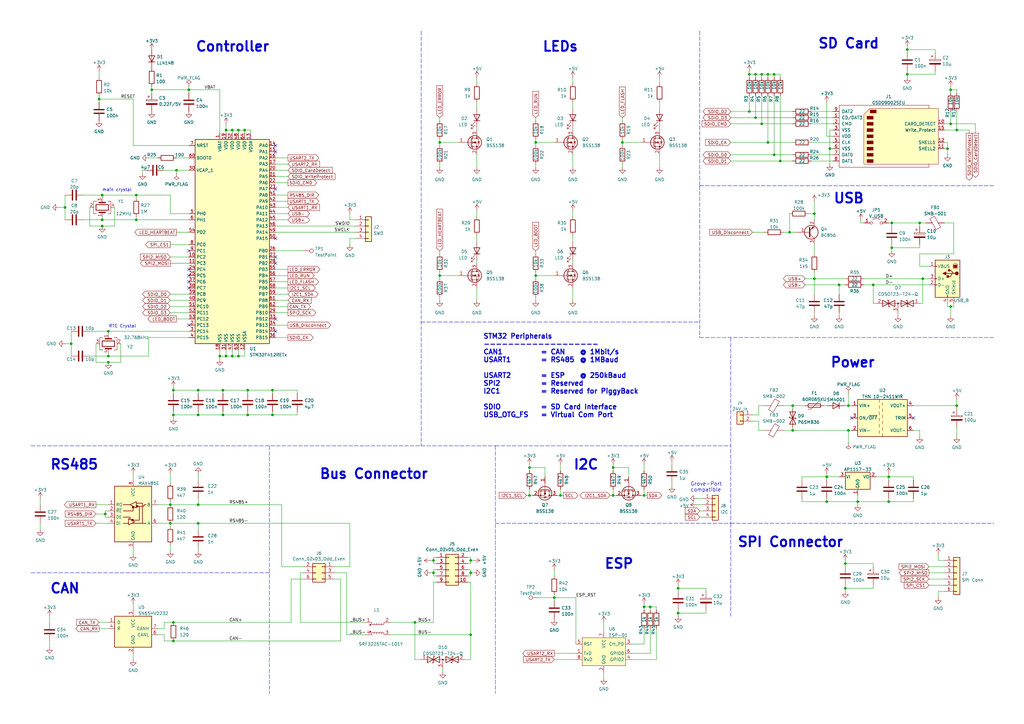
<source format=kicad_sch>
(kicad_sch (version 20211123) (generator eeschema)
  (paper "A3")
  (title_block (title "SynPLC - CPU V2") (date "2023-04-26") (rev "Rev_2") (company "https://github.com/Synthron/SynPLC"))
  (lib_symbols
    (symbol "Connector:TestPoint" (pin_numbers hide) (pin_names (offset 0.762) hide)
      (property "Reference" "TP" (at 0 6.858 0))
      (property "Value" "TestPoint" (at 0 5.08 0))
      (symbol "TestPoint_1_1"
        (pin passive line (at 0 0 90) (length 2.54) (name "1") (number "1"))
      )
    )
    (symbol "Connector:USB_B" (pin_names (offset 1.016))
      (property "Reference" "J3" (at 6.35 1.2701 0))
      (property "Value" "USB_B" (at 6.35 -1.2699 0))
      (symbol "USB_B_1_1"
        (pin power_out line (at 7.62 5.08 180) (length 2.54) (name "VBUS") (number "1"))
        (pin bidirectional line (at 7.62 -2.54 180) (length 2.54) (name "D-") (number "2"))
        (pin bidirectional line (at 7.62 0 180) (length 2.54) (name "D+") (number "3"))
        (pin passive line (at 0 -10.16 90) (length 2.54) (name "GND") (number "4"))
        (pin passive line (at -2.54 -10.16 90) (length 2.54) (name "Shield") (number "5"))
      )
    )
    (symbol "Connector_Generic:Conn_01x02" (pin_names (offset 1.016) hide)
      (property "Reference" "J" (at 0 2.54 0))
      (property "Value" "Conn_01x02" (at 0 -5.08 0))
      (symbol "Conn_01x02_1_1"
        (pin passive line (at -5.08 0 0) (length 3.81) (name "Pin_1") (number "1"))
        (pin passive line (at -5.08 -2.54 0) (length 3.81) (name "Pin_2") (number "2"))
      )
    )
    (symbol "Connector_Generic:Conn_01x04" (pin_names (offset 1.016) hide)
      (property "Reference" "J" (at 0 5.08 0))
      (property "Value" "Conn_01x04" (at 0 -7.62 0))
      (symbol "Conn_01x04_1_1"
        (pin passive line (at -5.08 2.54 0) (length 3.81) (name "Pin_1") (number "1"))
        (pin passive line (at -5.08 0 0) (length 3.81) (name "Pin_2") (number "2"))
        (pin passive line (at -5.08 -2.54 0) (length 3.81) (name "Pin_3") (number "3"))
        (pin passive line (at -5.08 -5.08 0) (length 3.81) (name "Pin_4") (number "4"))
      )
    )
    (symbol "Connector_Generic:Conn_01x06" (pin_names (offset 1.016) hide)
      (property "Reference" "J" (at 0 7.62 0))
      (property "Value" "Conn_01x06" (at 0 -10.16 0))
      (symbol "Conn_01x06_1_1"
        (pin passive line (at -5.08 5.08 0) (length 3.81) (name "Pin_1") (number "1"))
        (pin passive line (at -5.08 2.54 0) (length 3.81) (name "Pin_2") (number "2"))
        (pin passive line (at -5.08 0 0) (length 3.81) (name "Pin_3") (number "3"))
        (pin passive line (at -5.08 -2.54 0) (length 3.81) (name "Pin_4") (number "4"))
        (pin passive line (at -5.08 -5.08 0) (length 3.81) (name "Pin_5") (number "5"))
        (pin passive line (at -5.08 -7.62 0) (length 3.81) (name "Pin_6") (number "6"))
      )
    )
    (symbol "Connector_Generic:Conn_02x03_Odd_Even" (pin_names (offset 1.016) hide)
      (property "Reference" "J" (at 1.27 5.08 0))
      (property "Value" "Conn_02x03_Odd_Even" (at 1.27 -5.08 0))
      (symbol "Conn_02x03_Odd_Even_1_1"
        (pin passive line (at -5.08 2.54 0) (length 3.81) (name "Pin_1") (number "1"))
        (pin passive line (at 7.62 2.54 180) (length 3.81) (name "Pin_2") (number "2"))
        (pin passive line (at -5.08 0 0) (length 3.81) (name "Pin_3") (number "3"))
        (pin passive line (at 7.62 0 180) (length 3.81) (name "Pin_4") (number "4"))
        (pin passive line (at -5.08 -2.54 0) (length 3.81) (name "Pin_5") (number "5"))
        (pin passive line (at 7.62 -2.54 180) (length 3.81) (name "Pin_6") (number "6"))
      )
    )
    (symbol "Connector_Generic:Conn_02x05_Odd_Even" (pin_names (offset 1.016) hide)
      (property "Reference" "J" (at 1.27 7.62 0))
      (property "Value" "Conn_02x05_Odd_Even" (at 1.27 -7.62 0))
      (symbol "Conn_02x05_Odd_Even_1_1"
        (pin passive line (at -5.08 5.08 0) (length 3.81) (name "Pin_1") (number "1"))
        (pin passive line (at 7.62 -5.08 180) (length 3.81) (name "Pin_10") (number "10"))
        (pin passive line (at 7.62 5.08 180) (length 3.81) (name "Pin_2") (number "2"))
        (pin passive line (at -5.08 2.54 0) (length 3.81) (name "Pin_3") (number "3"))
        (pin passive line (at 7.62 2.54 180) (length 3.81) (name "Pin_4") (number "4"))
        (pin passive line (at -5.08 0 0) (length 3.81) (name "Pin_5") (number "5"))
        (pin passive line (at 7.62 0 180) (length 3.81) (name "Pin_6") (number "6"))
        (pin passive line (at -5.08 -2.54 0) (length 3.81) (name "Pin_7") (number "7"))
        (pin passive line (at 7.62 -2.54 180) (length 3.81) (name "Pin_8") (number "8"))
        (pin passive line (at -5.08 -5.08 0) (length 3.81) (name "Pin_9") (number "9"))
      )
    )
    (symbol "Device:C" (pin_numbers hide) (pin_names (offset 0.254))
      (property "Reference" "C" (at 0.635 2.54 0))
      (property "Value" "C" (at 0.635 -2.54 0))
      (symbol "C_1_1"
        (pin passive line (at 0 3.81 270) (length 2.794) (name "~") (number "1"))
        (pin passive line (at 0 -3.81 90) (length 2.794) (name "~") (number "2"))
      )
    )
    (symbol "Device:C_Polarized" (pin_numbers hide) (pin_names (offset 0.254))
      (property "Reference" "C" (at 0.635 2.54 0))
      (property "Value" "C_Polarized" (at 0.635 -2.54 0))
      (symbol "C_Polarized_1_1"
        (pin passive line (at 0 3.81 270) (length 2.794) (name "~") (number "1"))
        (pin passive line (at 0 -3.81 90) (length 2.794) (name "~") (number "2"))
      )
    )
    (symbol "Device:Crystal_GND23" (pin_names (offset 1.016) hide)
      (property "Reference" "Y" (at 3.175 5.08 0))
      (property "Value" "Crystal_GND23" (at 3.175 3.175 0))
      (symbol "Crystal_GND23_1_1"
        (pin passive line (at -3.81 0 0) (length 1.27) (name "1") (number "1"))
        (pin passive line (at 0 5.08 270) (length 1.27) (name "2") (number "2"))
        (pin passive line (at 0 -5.08 90) (length 1.27) (name "3") (number "3"))
        (pin passive line (at 3.81 0 180) (length 1.27) (name "4") (number "4"))
      )
    )
    (symbol "Device:Crystal_GND24" (pin_names (offset 1.016) hide)
      (property "Reference" "Y" (at 3.175 5.08 0))
      (property "Value" "Crystal_GND24" (at 3.175 3.175 0))
      (symbol "Crystal_GND24_1_1"
        (pin passive line (at -3.81 0 0) (length 1.27) (name "1") (number "1"))
        (pin passive line (at 0 5.08 270) (length 1.27) (name "2") (number "2"))
        (pin passive line (at 3.81 0 180) (length 1.27) (name "3") (number "3"))
        (pin passive line (at 0 -5.08 90) (length 1.27) (name "4") (number "4"))
      )
    )
    (symbol "Device:D_TVS" (pin_numbers hide) (pin_names (offset 1.016) hide)
      (property "Reference" "D" (at 0 2.54 0))
      (property "Value" "D_TVS" (at 0 -2.54 0))
      (symbol "D_TVS_1_1"
        (pin passive line (at -3.81 0 0) (length 2.54) (name "A1") (number "1"))
        (pin passive line (at 3.81 0 180) (length 2.54) (name "A2") (number "2"))
      )
    )
    (symbol "Device:D_TVS_Dual_AAC" (pin_names (offset 1.016) hide)
      (property "Reference" "D" (at 0 4.445 0))
      (property "Value" "D_TVS_Dual_AAC" (at 0 2.54 0))
      (symbol "D_TVS_Dual_AAC_1_1"
        (pin passive line (at -8.89 0 0) (length 2.54) (name "A1") (number "1"))
        (pin passive line (at 8.89 0 180) (length 2.54) (name "A2") (number "2"))
        (pin input line (at 0 -3.81 90) (length 2.54) (name "common") (number "3"))
      )
    )
    (symbol "Device:FerriteBead" (pin_numbers hide) (pin_names (offset 0))
      (property "Reference" "FB" (at -3.81 0.635 90))
      (property "Value" "FerriteBead" (at 3.81 0 90))
      (symbol "FerriteBead_1_1"
        (pin passive line (at 0 3.81 270) (length 2.54) (name "~") (number "1"))
        (pin passive line (at 0 -3.81 90) (length 2.54) (name "~") (number "2"))
      )
    )
    (symbol "Device:LED" (pin_numbers hide) (pin_names (offset 1.016) hide)
      (property "Reference" "D" (at 0 2.54 0))
      (property "Value" "LED" (at 0 -2.54 0))
      (symbol "LED_1_1"
        (pin passive line (at -3.81 0 0) (length 2.54) (name "K") (number "1"))
        (pin passive line (at 3.81 0 180) (length 2.54) (name "A") (number "2"))
      )
    )
    (symbol "Device:L_Coupled_1243" (pin_names (offset 0.254) hide)
      (property "Reference" "L" (at 0 4.445 0))
      (property "Value" "L_Coupled_1243" (at 0 -4.445 0))
      (symbol "L_Coupled_1243_1_1"
        (pin passive line (at -5.08 2.54 0) (length 2.54) (name "1") (number "1"))
        (pin passive line (at 5.08 2.54 180) (length 2.54) (name "2") (number "2"))
        (pin passive line (at 5.08 -2.54 180) (length 2.54) (name "3") (number "3"))
        (pin passive line (at -5.08 -2.54 0) (length 2.54) (name "4") (number "4"))
      )
    )
    (symbol "Device:Polyfuse" (pin_numbers hide) (pin_names (offset 0))
      (property "Reference" "F" (at -2.54 0 90))
      (property "Value" "Polyfuse" (at 2.54 0 90))
      (symbol "Polyfuse_1_1"
        (pin passive line (at 0 3.81 270) (length 1.27) (name "~") (number "1"))
        (pin passive line (at 0 -3.81 90) (length 1.27) (name "~") (number "2"))
      )
    )
    (symbol "Device:R" (pin_numbers hide) (pin_names (offset 0))
      (property "Reference" "R" (at 2.032 0 90))
      (property "Value" "R" (at 0 0 90))
      (symbol "R_1_1"
        (pin passive line (at 0 3.81 270) (length 1.27) (name "~") (number "1"))
        (pin passive line (at 0 -3.81 90) (length 1.27) (name "~") (number "2"))
      )
    )
    (symbol "Diode:LL4148" (pin_numbers hide) (pin_names (offset 1.016) hide)
      (property "Reference" "D" (at 0 2.54 0))
      (property "Value" "LL4148" (at 0 -2.54 0))
      (symbol "LL4148_1_1"
        (pin passive line (at -3.81 0 0) (length 2.54) (name "K") (number "1"))
        (pin passive line (at 3.81 0 180) (length 2.54) (name "A") (number "2"))
      )
    )
    (symbol "Diode:SM4001" (pin_numbers hide) (pin_names hide)
      (property "Reference" "D" (at 0 2.54 0))
      (property "Value" "SM4001" (at 0 -2.54 0))
      (symbol "SM4001_1_1"
        (pin passive line (at -3.81 0 0) (length 2.54) (name "K") (number "1"))
        (pin passive line (at 3.81 0 180) (length 2.54) (name "A") (number "2"))
      )
    )
    (symbol "Interface_CAN_LIN:SN65HVD232" (pin_names (offset 1.016))
      (property "Reference" "U" (at -2.54 10.16 0))
      (property "Value" "SN65HVD232" (at -2.54 7.62 0))
      (symbol "SN65HVD232_1_1"
        (pin input line (at -10.16 2.54 0) (length 2.54) (name "D") (number "1"))
        (pin power_in line (at 0 -10.16 90) (length 2.54) (name "GND") (number "2"))
        (pin power_in line (at 0 7.62 270) (length 2.54) (name "VCC") (number "3"))
        (pin output line (at -10.16 0 0) (length 2.54) (name "R") (number "4"))
        (pin no_connect line (at -10.16 -2.54 0) (length 2.54) hide (name "NC") (number "5"))
        (pin bidirectional line (at 10.16 -2.54 180) (length 2.54) (name "CANL") (number "6"))
        (pin bidirectional line (at 10.16 0 180) (length 2.54) (name "CANH") (number "7"))
        (pin no_connect line (at -10.16 -5.08 0) (length 2.54) hide (name "NC") (number "8"))
      )
    )
    (symbol "Interface_UART:MAX485E"
      (property "Reference" "U" (at -6.096 11.43 0))
      (property "Value" "MAX485E" (at 0.762 11.43 0))
      (symbol "MAX485E_1_1"
        (pin output line (at -10.16 2.54 0) (length 2.54) (name "RO") (number "1"))
        (pin input line (at -10.16 0 0) (length 2.54) (name "~{RE}") (number "2"))
        (pin input line (at -10.16 -2.54 0) (length 2.54) (name "DE") (number "3"))
        (pin input line (at -10.16 -5.08 0) (length 2.54) (name "DI") (number "4"))
        (pin power_in line (at 0 -15.24 90) (length 2.54) (name "GND") (number "5"))
        (pin bidirectional line (at 10.16 -5.08 180) (length 2.54) (name "A") (number "6"))
        (pin bidirectional line (at 10.16 2.54 180) (length 2.54) (name "B") (number "7"))
        (pin power_in line (at 0 12.7 270) (length 2.54) (name "VCC") (number "8"))
      )
    )
    (symbol "Jumper:Jumper_2_Open" (pin_names (offset 0) hide)
      (property "Reference" "JP" (at 0 2.794 0))
      (property "Value" "Jumper_2_Open" (at 0 -2.286 0))
      (symbol "Jumper_2_Open_1_1"
        (pin passive line (at -5.08 0 0) (length 2.54) (name "A") (number "1"))
        (pin passive line (at 5.08 0 180) (length 2.54) (name "B") (number "2"))
      )
    )
    (symbol "MCU_ST_STM32F4:STM32F412RETx"
      (property "Reference" "U" (at -15.24 41.91 0))
      (property "Value" "STM32F412RETx" (at 10.16 41.91 0))
      (symbol "STM32F412RETx_1_1"
        (pin power_in line (at -5.08 43.18 270) (length 2.54) (name "VBAT") (number "1"))
        (pin bidirectional line (at -17.78 -7.62 0) (length 2.54) (name "PC2") (number "10"))
        (pin bidirectional line (at -17.78 -10.16 0) (length 2.54) (name "PC3") (number "11"))
        (pin power_in line (at 5.08 -45.72 90) (length 2.54) (name "VSSA") (number "12"))
        (pin power_in line (at 7.62 43.18 270) (length 2.54) (name "VDDA") (number "13"))
        (pin bidirectional line (at 17.78 38.1 180) (length 2.54) (name "PA0") (number "14"))
        (pin bidirectional line (at 17.78 35.56 180) (length 2.54) (name "PA1") (number "15"))
        (pin bidirectional line (at 17.78 33.02 180) (length 2.54) (name "PA2") (number "16"))
        (pin bidirectional line (at 17.78 30.48 180) (length 2.54) (name "PA3") (number "17"))
        (pin power_in line (at -5.08 -45.72 90) (length 2.54) (name "VSS") (number "18"))
        (pin power_in line (at -2.54 43.18 270) (length 2.54) (name "VDD") (number "19"))
        (pin bidirectional line (at -17.78 -35.56 0) (length 2.54) (name "PC13") (number "2"))
        (pin bidirectional line (at 17.78 27.94 180) (length 2.54) (name "PA4") (number "20"))
        (pin bidirectional line (at 17.78 25.4 180) (length 2.54) (name "PA5") (number "21"))
        (pin bidirectional line (at 17.78 22.86 180) (length 2.54) (name "PA6") (number "22"))
        (pin bidirectional line (at 17.78 20.32 180) (length 2.54) (name "PA7") (number "23"))
        (pin bidirectional line (at -17.78 -12.7 0) (length 2.54) (name "PC4") (number "24"))
        (pin bidirectional line (at -17.78 -15.24 0) (length 2.54) (name "PC5") (number "25"))
        (pin bidirectional line (at 17.78 -5.08 180) (length 2.54) (name "PB0") (number "26"))
        (pin bidirectional line (at 17.78 -7.62 180) (length 2.54) (name "PB1") (number "27"))
        (pin bidirectional line (at 17.78 -10.16 180) (length 2.54) (name "PB2") (number "28"))
        (pin bidirectional line (at 17.78 -30.48 180) (length 2.54) (name "PB10") (number "29"))
        (pin bidirectional line (at -17.78 -38.1 0) (length 2.54) (name "PC14") (number "3"))
        (pin power_in line (at -17.78 27.94 0) (length 2.54) (name "VCAP_1") (number "30"))
        (pin power_in line (at -2.54 -45.72 90) (length 2.54) (name "VSS") (number "31"))
        (pin power_in line (at 0 43.18 270) (length 2.54) (name "VDD") (number "32"))
        (pin bidirectional line (at 17.78 -33.02 180) (length 2.54) (name "PB12") (number "33"))
        (pin bidirectional line (at 17.78 -35.56 180) (length 2.54) (name "PB13") (number "34"))
        (pin bidirectional line (at 17.78 -38.1 180) (length 2.54) (name "PB14") (number "35"))
        (pin bidirectional line (at 17.78 -40.64 180) (length 2.54) (name "PB15") (number "36"))
        (pin bidirectional line (at -17.78 -17.78 0) (length 2.54) (name "PC6") (number "37"))
        (pin bidirectional line (at -17.78 -20.32 0) (length 2.54) (name "PC7") (number "38"))
        (pin bidirectional line (at -17.78 -22.86 0) (length 2.54) (name "PC8") (number "39"))
        (pin bidirectional line (at -17.78 -40.64 0) (length 2.54) (name "PC15") (number "4"))
        (pin bidirectional line (at -17.78 -25.4 0) (length 2.54) (name "PC9") (number "40"))
        (pin bidirectional line (at 17.78 17.78 180) (length 2.54) (name "PA8") (number "41"))
        (pin bidirectional line (at 17.78 15.24 180) (length 2.54) (name "PA9") (number "42"))
        (pin bidirectional line (at 17.78 12.7 180) (length 2.54) (name "PA10") (number "43"))
        (pin bidirectional line (at 17.78 10.16 180) (length 2.54) (name "PA11") (number "44"))
        (pin bidirectional line (at 17.78 7.62 180) (length 2.54) (name "PA12") (number "45"))
        (pin bidirectional line (at 17.78 5.08 180) (length 2.54) (name "PA13") (number "46"))
        (pin power_in line (at 0 -45.72 90) (length 2.54) (name "VSS") (number "47"))
        (pin power_in line (at 2.54 43.18 270) (length 2.54) (name "VDD") (number "48"))
        (pin bidirectional line (at 17.78 2.54 180) (length 2.54) (name "PA14") (number "49"))
        (pin input line (at -17.78 10.16 0) (length 2.54) (name "PH0") (number "5"))
        (pin bidirectional line (at 17.78 0 180) (length 2.54) (name "PA15") (number "50"))
        (pin bidirectional line (at -17.78 -27.94 0) (length 2.54) (name "PC10") (number "51"))
        (pin bidirectional line (at -17.78 -30.48 0) (length 2.54) (name "PC11") (number "52"))
        (pin bidirectional line (at -17.78 -33.02 0) (length 2.54) (name "PC12") (number "53"))
        (pin bidirectional line (at -17.78 2.54 0) (length 2.54) (name "PD2") (number "54"))
        (pin bidirectional line (at 17.78 -12.7 180) (length 2.54) (name "PB3") (number "55"))
        (pin bidirectional line (at 17.78 -15.24 180) (length 2.54) (name "PB4") (number "56"))
        (pin bidirectional line (at 17.78 -17.78 180) (length 2.54) (name "PB5") (number "57"))
        (pin bidirectional line (at 17.78 -20.32 180) (length 2.54) (name "PB6") (number "58"))
        (pin bidirectional line (at 17.78 -22.86 180) (length 2.54) (name "PB7") (number "59"))
        (pin input line (at -17.78 7.62 0) (length 2.54) (name "PH1") (number "6"))
        (pin input line (at -17.78 33.02 0) (length 2.54) (name "BOOT0") (number "60"))
        (pin bidirectional line (at 17.78 -25.4 180) (length 2.54) (name "PB8") (number "61"))
        (pin bidirectional line (at 17.78 -27.94 180) (length 2.54) (name "PB9") (number "62"))
        (pin power_in line (at 2.54 -45.72 90) (length 2.54) (name "VSS") (number "63"))
        (pin power_in line (at 5.08 43.18 270) (length 2.54) (name "VDD") (number "64"))
        (pin input line (at -17.78 38.1 0) (length 2.54) (name "NRST") (number "7"))
        (pin bidirectional line (at -17.78 -2.54 0) (length 2.54) (name "PC0") (number "8"))
        (pin bidirectional line (at -17.78 -5.08 0) (length 2.54) (name "PC1") (number "9"))
      )
    )
    (symbol "Private_Lib:ESP-01"
      (property "Reference" "U" (at 5.08 6.35 0))
      (property "Value" "ESP-01" (at 5.08 -7.62 0))
      (symbol "ESP-01_1_1"
        (pin output line (at -11.43 -1.27 0) (length 2.54) (name "TxD") (number "1"))
        (pin power_in line (at 0 -8.89 90) (length 2.54) (name "GND") (number "2"))
        (pin bidirectional line (at 11.43 2.54 180) (length 2.54) (name "CH_PD") (number "3"))
        (pin bidirectional line (at 11.43 -3.81 180) (length 2.54) (name "GPIO2") (number "4"))
        (pin input line (at -11.43 2.54 0) (length 2.54) (name "RST") (number "5"))
        (pin bidirectional line (at 11.43 -1.27 180) (length 2.54) (name "GPIO0") (number "6"))
        (pin power_in line (at 0 7.62 270) (length 2.54) (name "VCC") (number "7"))
        (pin input line (at -11.43 -3.81 0) (length 2.54) (name "RxD") (number "8"))
      )
    )
    (symbol "Private_Lib:SD_Card" (pin_names (offset 1.016))
      (property "Reference" "J1" (at 0 16.2728 0))
      (property "Value" "GSD09002SEU" (at 0 13.7359 0))
      (symbol "SD_Card_1_1"
        (pin input line (at -22.86 7.62 0) (length 2.54) (name "CD/DAT3") (number "1"))
        (pin input line (at 22.86 5.08 180) (length 2.54) (name "CARD_DETECT") (number "10"))
        (pin input line (at 22.86 -5.08 180) (length 2.54) (name "SHELL2") (number "11"))
        (pin input line (at 22.86 -2.54 180) (length 2.54) (name "SHELL1") (number "12"))
        (pin input line (at 22.86 2.54 180) (length 2.54) (name "Write_Protect") (number "15"))
        (pin input line (at -22.86 5.08 0) (length 2.54) (name "CMD") (number "2"))
        (pin power_in line (at -22.86 2.54 0) (length 2.54) (name "VSS") (number "3"))
        (pin power_in line (at -22.86 0 0) (length 2.54) (name "VDD") (number "4"))
        (pin input line (at -22.86 -2.54 0) (length 2.54) (name "CLK") (number "5"))
        (pin power_in line (at -22.86 -5.08 0) (length 2.54) (name "VSS") (number "6"))
        (pin input line (at -22.86 -7.62 0) (length 2.54) (name "DAT0") (number "7"))
        (pin input line (at -22.86 -10.16 0) (length 2.54) (name "DAT1") (number "8"))
        (pin input line (at -22.86 10.16 0) (length 2.54) (name "DAT2") (number "9"))
      )
    )
    (symbol "Private_Lib:THN 10-2411WIR"
      (property "Reference" "U" (at -10.16 8.89 0))
      (property "Value" "THN 10-2411WIR" (at -3.81 8.89 0))
      (symbol "THN 10-2411WIR_1_1"
        (pin power_in line (at -12.7 5.08 0) (length 2.54) (name "VIN+") (number "1"))
        (pin power_in line (at -12.7 -5.08 0) (length 2.54) (name "VIN-") (number "2"))
        (pin input line (at -12.7 0 0) (length 2.54) (name "ON/~{OFF}") (number "3"))
        (pin power_out line (at 12.7 5.08 180) (length 2.54) (name "VOUT+") (number "4"))
        (pin passive line (at 12.7 0 180) (length 2.54) (name "TRIM") (number "5"))
        (pin power_out line (at 12.7 -5.08 180) (length 2.54) (name "VOUT-") (number "6"))
      )
    )
    (symbol "Regulator_Linear:AP1117-33" (pin_names (offset 0.254))
      (property "Reference" "U" (at -3.81 3.175 0))
      (property "Value" "AP1117-33" (at 0 3.175 0))
      (symbol "AP1117-33_1_1"
        (pin power_in line (at 0 -7.62 90) (length 2.54) (name "GND") (number "1"))
        (pin power_out line (at 7.62 0 180) (length 2.54) (name "VO") (number "2"))
        (pin power_in line (at -7.62 0 0) (length 2.54) (name "VI") (number "3"))
      )
    )
    (symbol "Transistor_BJT:BC856" (pin_names (offset 0) hide)
      (property "Reference" "Q" (at 5.08 1.905 0))
      (property "Value" "BC856" (at 5.08 0 0))
      (symbol "BC856_1_1"
        (pin input line (at -5.08 0 0) (length 5.715) (name "B") (number "1"))
        (pin passive line (at 2.54 -5.08 90) (length 2.54) (name "E") (number "2"))
        (pin passive line (at 2.54 5.08 270) (length 2.54) (name "C") (number "3"))
      )
    )
    (symbol "Transistor_FET:BSS138" (pin_names hide)
      (property "Reference" "Q" (at 5.08 1.905 0))
      (property "Value" "BSS138" (at 5.08 0 0))
      (symbol "BSS138_1_1"
        (pin input line (at -5.08 0 0) (length 2.54) (name "G") (number "1"))
        (pin passive line (at 2.54 -5.08 90) (length 2.54) (name "S") (number "2"))
        (pin passive line (at 2.54 5.08 270) (length 2.54) (name "D") (number "3"))
      )
    )
    (symbol "power:+3V3" (power) (pin_names (offset 0))
      (property "Value" "+3V3" (at 0 3.556 0))
      (symbol "+3V3_1_1"
        (pin power_in line (at 0 0 90) (length 0) hide (name "+3V3") (number "1"))
      )
    )
    (symbol "power:+5V" (power) (pin_names (offset 0))
      (property "Value" "+5V" (at 0 3.556 0))
      (symbol "+5V_1_1"
        (pin power_in line (at 0 0 90) (length 0) hide (name "+5V") (number "1"))
      )
    )
    (symbol "power:GND" (power) (pin_names (offset 0))
      (property "Value" "GND" (at 0 -3.81 0))
      (symbol "GND_1_1"
        (pin power_in line (at 0 0 270) (length 0) hide (name "GND") (number "1"))
      )
    )
    (symbol "power:PWR_FLAG" (power) (pin_numbers hide) (pin_names (offset 0) hide)
      (property "Value" "PWR_FLAG" (at 0 3.81 0))
      (symbol "PWR_FLAG_0_0"
        (pin power_out line (at 0 0 90) (length 0) (name "pwr") (number "1"))
      )
    )
  )
  (junction (at 29.21 140.97))
  (junction (at 193.04 234.95))
  (junction (at 314.96 30.48))
  (junction (at 81.28 170.18))
  (junction (at 219.71 113.03))
  (junction (at 44.45 146.05))
  (junction (at 55.88 90.17))
  (junction (at 91.44 160.02))
  (junction (at 41.91 80.01))
  (junction (at 97.79 53.34))
  (junction (at 372.11 20.32))
  (junction (at 40.64 40.64))
  (junction (at 41.91 92.71))
  (junction (at 69.85 207.01))
  (junction (at 312.42 30.48))
  (junction (at 62.23 36.83))
  (junction (at 90.17 146.05))
  (junction (at 278.13 241.3))
  (junction (at 347.98 166.37))
  (junction (at 111.76 160.02))
  (junction (at 278.13 251.46))
  (junction (at 180.34 113.03))
  (junction (at 251.46 191.77))
  (junction (at 378.46 114.3))
  (junction (at 320.04 66.04))
  (junction (at 392.43 166.37))
  (junction (at 307.34 30.48))
  (junction (at 71.12 160.02))
  (junction (at 26.67 85.09))
  (junction (at 100.33 53.34))
  (junction (at 392.43 53.34))
  (junction (at 365.76 101.6))
  (junction (at 264.16 248.92))
  (junction (at 92.71 53.34))
  (junction (at 91.44 170.18))
  (junction (at 81.28 160.02))
  (junction (at 217.17 203.2))
  (junction (at 347.98 176.53))
  (junction (at 334.01 114.3))
  (junction (at 81.28 207.01))
  (junction (at 92.71 146.05))
  (junction (at 177.8 229.87))
  (junction (at 229.87 203.2))
  (junction (at 317.5 30.48))
  (junction (at 81.28 214.63))
  (junction (at 325.12 176.53))
  (junction (at 372.11 30.48))
  (junction (at 193.04 260.35))
  (junction (at 309.88 30.48))
  (junction (at 309.88 48.26))
  (junction (at 389.89 50.8))
  (junction (at 177.8 234.95))
  (junction (at 312.42 50.8))
  (junction (at 344.17 116.84))
  (junction (at 346.71 241.3))
  (junction (at 334.01 87.63))
  (junction (at 325.12 166.37))
  (junction (at 339.09 195.58))
  (junction (at 266.7 248.92))
  (junction (at 346.71 231.14))
  (junction (at 170.18 255.27))
  (junction (at 364.49 195.58))
  (junction (at 358.14 116.84))
  (junction (at 217.17 191.77))
  (junction (at 388.62 60.96))
  (junction (at 41.91 90.17))
  (junction (at 340.36 60.96))
  (junction (at 97.79 146.05))
  (junction (at 193.04 229.87))
  (junction (at 351.79 205.74))
  (junction (at 180.34 58.42))
  (junction (at 389.89 36.83))
  (junction (at 314.96 58.42))
  (junction (at 219.71 58.42))
  (junction (at 317.5 63.5))
  (junction (at 71.12 255.27))
  (junction (at 365.76 91.44))
  (junction (at 323.85 95.25))
  (junction (at 69.85 214.63))
  (junction (at 44.45 148.59))
  (junction (at 77.47 36.83))
  (junction (at 264.16 203.2))
  (junction (at 255.27 58.42))
  (junction (at 101.6 170.18))
  (junction (at 227.33 245.11))
  (junction (at 339.09 205.74))
  (junction (at 101.6 160.02))
  (junction (at 377.19 91.44))
  (junction (at 55.88 80.01))
  (junction (at 389.89 125.73))
  (junction (at 44.45 135.89))
  (junction (at 43.18 210.82))
  (junction (at 95.25 146.05))
  (junction (at 72.39 69.85))
  (junction (at 111.76 170.18))
  (junction (at 95.25 53.34))
  (junction (at 71.12 262.89))
  (junction (at 71.12 170.18))
  (junction (at 251.46 203.2))
  (junction (at 364.49 205.74))
  (junction (at 307.34 45.72))
  (no_connect (at 113.03 130.81))
  (no_connect (at 77.47 118.11))
  (no_connect (at 77.47 110.49))
  (no_connect (at 113.03 59.69))
  (no_connect (at 113.03 135.89))
  (no_connect (at 349.25 171.45))
  (no_connect (at 113.03 107.95))
  (no_connect (at 77.47 102.87))
  (no_connect (at 374.65 171.45))
  (no_connect (at 113.03 105.41))
  (no_connect (at 77.47 115.57))
  (no_connect (at 113.03 97.79))
  (no_connect (at 113.03 62.23))
  (no_connect (at 77.47 133.35))
  (no_connect (at 77.47 113.03))
  (no_connect (at 113.03 77.47))
  (wire (pts (xy 49.53 148.59) (xy 44.45 148.59)))
  (wire (pts (xy 217.17 191.77) (xy 223.52 191.77)))
  (wire (pts (xy 77.47 138.43) (xy 60.96 138.43)))
  (wire (pts (xy 101.6 160.02) (xy 101.6 161.29)))
  (wire (pts (xy 247.65 255.27) (xy 247.65 259.08)))
  (wire (pts (xy 40.64 40.64) (xy 40.64 41.91)))
  (wire (pts (xy 374.65 196.85) (xy 374.65 195.58)))
  (wire (pts (xy 119.38 255.27) (xy 119.38 237.49)))
  (wire (pts (xy 113.03 69.85) (xy 118.11 69.85)))
  (wire (pts (xy 392.43 166.37) (xy 392.43 167.64)))
  (wire (pts (xy 323.85 95.25) (xy 321.31 95.25)))
  (polyline (pts (xy 203.2 214.63) (xy 299.72 214.63)))
  (wire (pts (xy 353.06 90.17) (xy 353.06 91.44)))
  (wire (pts (xy 313.69 95.25) (xy 308.61 95.25)))
  (wire (pts (xy 309.88 48.26) (xy 325.12 48.26)))
  (wire (pts (xy 20.32 252.73) (xy 20.32 255.27)))
  (wire (pts (xy 64.77 260.35) (xy 67.31 260.35)))
  (wire (pts (xy 397.51 53.34) (xy 397.51 54.61)))
  (wire (pts (xy 309.88 30.48) (xy 307.34 30.48)))
  (wire (pts (xy 377.19 124.46) (xy 378.46 124.46)))
  (wire (pts (xy 177.8 255.27) (xy 170.18 255.27)))
  (wire (pts (xy 90.17 36.83) (xy 77.47 36.83)))
  (wire (pts (xy 190.5 270.51) (xy 193.04 270.51)))
  (wire (pts (xy 177.8 236.22) (xy 179.07 236.22)))
  (wire (pts (xy 77.47 69.85) (xy 72.39 69.85)))
  (wire (pts (xy 193.04 236.22) (xy 191.77 236.22)))
  (wire (pts (xy 392.43 175.26) (xy 392.43 179.07)))
  (wire (pts (xy 358.14 124.46) (xy 358.14 116.84)))
  (wire (pts (xy 339.09 194.31) (xy 339.09 195.58)))
  (wire (pts (xy 387.35 60.96) (xy 388.62 60.96)))
  (polyline (pts (xy 12.7 182.88) (xy 172.72 182.88)))
  (wire (pts (xy 40.64 257.81) (xy 44.45 257.81)))
  (wire (pts (xy 251.46 191.77) (xy 251.46 193.04)))
  (wire (pts (xy 389.89 50.8) (xy 387.35 50.8)))
  (wire (pts (xy 312.42 50.8) (xy 325.12 50.8)))
  (wire (pts (xy 389.89 45.72) (xy 389.89 50.8)))
  (wire (pts (xy 179.07 228.6) (xy 177.8 228.6)))
  (polyline (pts (xy 203.2 182.88) (xy 203.2 284.48)))
  (wire (pts (xy 325.12 176.53) (xy 347.98 176.53)))
  (wire (pts (xy 123.19 255.27) (xy 149.86 255.27)))
  (wire (pts (xy 81.28 160.02) (xy 91.44 160.02)))
  (wire (pts (xy 139.7 237.49) (xy 137.16 237.49)))
  (wire (pts (xy 40.64 40.64) (xy 54.61 40.64)))
  (wire (pts (xy 36.83 85.09) (xy 36.83 92.71)))
  (wire (pts (xy 321.31 176.53) (xy 325.12 176.53)))
  (wire (pts (xy 392.43 53.34) (xy 387.35 53.34)))
  (wire (pts (xy 332.74 50.8) (xy 341.63 50.8)))
  (wire (pts (xy 113.03 82.55) (xy 118.11 82.55)))
  (wire (pts (xy 176.53 229.87) (xy 177.8 229.87)))
  (wire (pts (xy 39.37 214.63) (xy 44.45 214.63)))
  (wire (pts (xy 92.71 143.51) (xy 92.71 146.05)))
  (polyline (pts (xy 299.72 138.43) (xy 299.72 214.63)))
  (wire (pts (xy 26.67 80.01) (xy 26.67 85.09)))
  (wire (pts (xy 377.19 101.6) (xy 365.76 101.6)))
  (wire (pts (xy 160.02 260.35) (xy 193.04 260.35)))
  (wire (pts (xy 44.45 135.89) (xy 36.83 135.89)))
  (wire (pts (xy 77.47 95.25) (xy 72.39 95.25)))
  (wire (pts (xy 358.14 232.41) (xy 358.14 231.14)))
  (wire (pts (xy 113.03 138.43) (xy 118.11 138.43)))
  (wire (pts (xy 77.47 36.83) (xy 62.23 36.83)))
  (wire (pts (xy 195.58 106.68) (xy 195.58 107.95)))
  (wire (pts (xy 100.33 53.34) (xy 102.87 53.34)))
  (wire (pts (xy 251.46 190.5) (xy 251.46 191.77)))
  (wire (pts (xy 36.83 92.71) (xy 41.91 92.71)))
  (wire (pts (xy 69.85 194.31) (xy 69.85 198.12)))
  (wire (pts (xy 287.02 212.09) (xy 288.29 212.09)))
  (wire (pts (xy 312.42 30.48) (xy 312.42 31.75)))
  (wire (pts (xy 97.79 146.05) (xy 95.25 146.05)))
  (wire (pts (xy 346.71 241.3) (xy 346.71 240.03)))
  (wire (pts (xy 180.34 104.14) (xy 180.34 102.87)))
  (wire (pts (xy 71.12 262.89) (xy 139.7 262.89)))
  (wire (pts (xy 115.57 207.01) (xy 115.57 232.41)))
  (wire (pts (xy 365.76 102.87) (xy 365.76 101.6)))
  (wire (pts (xy 262.89 58.42) (xy 255.27 58.42)))
  (wire (pts (xy 234.95 96.52) (xy 234.95 99.06)))
  (wire (pts (xy 259.08 270.51) (xy 269.24 270.51)))
  (wire (pts (xy 358.14 241.3) (xy 346.71 241.3)))
  (wire (pts (xy 181.61 274.32) (xy 181.61 275.59)))
  (wire (pts (xy 325.12 166.37) (xy 330.2 166.37)))
  (wire (pts (xy 113.03 118.11) (xy 118.11 118.11)))
  (wire (pts (xy 270.51 31.75) (xy 270.51 34.29)))
  (wire (pts (xy 341.63 55.88) (xy 339.09 55.88)))
  (wire (pts (xy 101.6 168.91) (xy 101.6 170.18)))
  (wire (pts (xy 69.85 107.95) (xy 77.47 107.95)))
  (wire (pts (xy 123.19 234.95) (xy 123.19 255.27)))
  (wire (pts (xy 113.03 80.01) (xy 118.11 80.01)))
  (wire (pts (xy 359.41 124.46) (xy 358.14 124.46)))
  (wire (pts (xy 81.28 204.47) (xy 81.28 207.01)))
  (wire (pts (xy 191.77 233.68) (xy 193.04 233.68)))
  (wire (pts (xy 334.01 114.3) (xy 334.01 120.65)))
  (wire (pts (xy 100.33 53.34) (xy 100.33 54.61)))
  (wire (pts (xy 278.13 240.03) (xy 278.13 241.3)))
  (wire (pts (xy 227.33 233.68) (xy 227.33 236.22)))
  (wire (pts (xy 113.03 113.03) (xy 118.11 113.03)))
  (wire (pts (xy 91.44 160.02) (xy 91.44 161.29)))
  (wire (pts (xy 113.03 67.31) (xy 118.11 67.31)))
  (wire (pts (xy 124.46 234.95) (xy 123.19 234.95)))
  (wire (pts (xy 194.31 234.95) (xy 193.04 234.95)))
  (wire (pts (xy 43.18 212.09) (xy 44.45 212.09)))
  (wire (pts (xy 69.85 100.33) (xy 77.47 100.33)))
  (wire (pts (xy 314.96 30.48) (xy 314.96 31.75)))
  (wire (pts (xy 364.49 204.47) (xy 364.49 205.74)))
  (wire (pts (xy 255.27 67.31) (xy 255.27 68.58)))
  (wire (pts (xy 90.17 54.61) (xy 90.17 36.83)))
  (wire (pts (xy 55.88 88.9) (xy 55.88 90.17)))
  (polyline (pts (xy 299.72 214.63) (xy 299.72 252.73)))
  (wire (pts (xy 71.12 170.18) (xy 81.28 170.18)))
  (wire (pts (xy 264.16 247.65) (xy 264.16 248.92)))
  (wire (pts (xy 72.39 69.85) (xy 72.39 71.12)))
  (wire (pts (xy 139.7 262.89) (xy 139.7 237.49)))
  (wire (pts (xy 227.33 113.03) (xy 219.71 113.03)))
  (wire (pts (xy 95.25 53.34) (xy 95.25 54.61)))
  (wire (pts (xy 217.17 203.2) (xy 218.44 203.2)))
  (wire (pts (xy 234.95 63.5) (xy 234.95 68.58)))
  (wire (pts (xy 270.51 63.5) (xy 270.51 68.58)))
  (wire (pts (xy 71.12 168.91) (xy 71.12 170.18)))
  (wire (pts (xy 219.71 113.03) (xy 219.71 111.76)))
  (wire (pts (xy 247.65 275.59) (xy 247.65 278.13)))
  (wire (pts (xy 344.17 129.54) (xy 344.17 128.27)))
  (wire (pts (xy 365.76 101.6) (xy 365.76 100.33)))
  (wire (pts (xy 177.8 238.76) (xy 177.8 255.27)))
  (wire (pts (xy 251.46 191.77) (xy 257.81 191.77)))
  (wire (pts (xy 91.44 168.91) (xy 91.44 170.18)))
  (wire (pts (xy 347.98 161.29) (xy 347.98 166.37)))
  (wire (pts (xy 115.57 232.41) (xy 124.46 232.41)))
  (wire (pts (xy 227.33 267.97) (xy 236.22 267.97)))
  (wire (pts (xy 41.91 88.9) (xy 41.91 90.17)))
  (wire (pts (xy 177.8 228.6) (xy 177.8 229.87)))
  (wire (pts (xy 187.96 113.03) (xy 180.34 113.03)))
  (wire (pts (xy 180.34 49.53) (xy 180.34 48.26)))
  (wire (pts (xy 384.81 242.57) (xy 384.81 245.11)))
  (wire (pts (xy 259.08 267.97) (xy 266.7 267.97)))
  (wire (pts (xy 307.34 29.21) (xy 307.34 30.48)))
  (polyline (pts (xy 172.72 132.08) (xy 287.02 132.08)))
  (wire (pts (xy 195.58 52.07) (xy 195.58 53.34)))
  (wire (pts (xy 270.51 41.91) (xy 270.51 44.45)))
  (wire (pts (xy 58.42 69.85) (xy 58.42 71.12)))
  (wire (pts (xy 389.89 50.8) (xy 400.05 50.8)))
  (wire (pts (xy 180.34 121.92) (xy 180.34 123.19)))
  (wire (pts (xy 307.34 45.72) (xy 325.12 45.72)))
  (wire (pts (xy 255.27 58.42) (xy 255.27 59.69)))
  (wire (pts (xy 81.28 207.01) (xy 69.85 207.01)))
  (wire (pts (xy 269.24 248.92) (xy 266.7 248.92)))
  (wire (pts (xy 179.07 238.76) (xy 177.8 238.76)))
  (wire (pts (xy 91.44 170.18) (xy 101.6 170.18)))
  (wire (pts (xy 250.19 203.2) (xy 251.46 203.2)))
  (wire (pts (xy 344.17 116.84) (xy 330.2 116.84)))
  (wire (pts (xy 195.58 63.5) (xy 195.58 68.58)))
  (wire (pts (xy 64.77 207.01) (xy 69.85 207.01)))
  (wire (pts (xy 55.88 80.01) (xy 55.88 81.28)))
  (wire (pts (xy 54.61 224.79) (xy 54.61 227.33)))
  (wire (pts (xy 332.74 45.72) (xy 341.63 45.72)))
  (wire (pts (xy 195.58 31.75) (xy 195.58 34.29)))
  (wire (pts (xy 113.03 64.77) (xy 118.11 64.77)))
  (wire (pts (xy 269.24 270.51) (xy 269.24 257.81)))
  (wire (pts (xy 257.81 191.77) (xy 257.81 195.58)))
  (wire (pts (xy 377.19 176.53) (xy 377.19 179.07)))
  (wire (pts (xy 34.29 90.17) (xy 41.91 90.17)))
  (wire (pts (xy 77.47 36.83) (xy 77.47 38.1)))
  (wire (pts (xy 377.19 92.71) (xy 377.19 91.44)))
  (wire (pts (xy 264.16 190.5) (xy 264.16 193.04)))
  (wire (pts (xy 180.34 58.42) (xy 180.34 57.15)))
  (wire (pts (xy 400.05 50.8) (xy 400.05 54.61)))
  (wire (pts (xy 195.58 118.11) (xy 195.58 123.19)))
  (wire (pts (xy 285.75 204.47) (xy 288.29 204.47)))
  (wire (pts (xy 41.91 80.01) (xy 41.91 81.28)))
  (wire (pts (xy 69.85 120.65) (xy 77.47 120.65)))
  (wire (pts (xy 67.31 255.27) (xy 71.12 255.27)))
  (wire (pts (xy 372.11 19.05) (xy 372.11 20.32)))
  (wire (pts (xy 299.72 48.26) (xy 309.88 48.26)))
  (wire (pts (xy 264.16 203.2) (xy 264.16 200.66)))
  (wire (pts (xy 60.96 64.77) (xy 64.77 64.77)))
  (wire (pts (xy 364.49 195.58) (xy 364.49 196.85)))
  (wire (pts (xy 251.46 200.66) (xy 251.46 203.2)))
  (wire (pts (xy 332.74 66.04) (xy 341.63 66.04)))
  (wire (pts (xy 307.34 39.37) (xy 307.34 45.72)))
  (wire (pts (xy 170.18 270.51) (xy 170.18 255.27)))
  (wire (pts (xy 328.93 204.47) (xy 328.93 205.74)))
  (wire (pts (xy 180.34 58.42) (xy 180.34 59.69)))
  (wire (pts (xy 44.45 144.78) (xy 44.45 146.05)))
  (wire (pts (xy 378.46 114.3) (xy 354.33 114.3)))
  (wire (pts (xy 384.81 229.87) (xy 384.81 227.33)))
  (wire (pts (xy 143.51 214.63) (xy 143.51 232.41)))
  (wire (pts (xy 71.12 160.02) (xy 71.12 161.29)))
  (wire (pts (xy 262.89 203.2) (xy 264.16 203.2)))
  (wire (pts (xy 347.98 166.37) (xy 349.25 166.37)))
  (wire (pts (xy 334.01 82.55) (xy 334.01 87.63)))
  (wire (pts (xy 72.39 64.77) (xy 77.47 64.77)))
  (wire (pts (xy 381 114.3) (xy 378.46 114.3)))
  (polyline (pts (xy 287.02 76.2) (xy 407.67 76.2)))
  (wire (pts (xy 54.61 267.97) (xy 54.61 270.51)))
  (wire (pts (xy 269.24 248.92) (xy 269.24 250.19)))
  (wire (pts (xy 39.37 140.97) (xy 39.37 148.59)))
  (wire (pts (xy 321.31 166.37) (xy 325.12 166.37)))
  (wire (pts (xy 180.34 67.31) (xy 180.34 68.58)))
  (wire (pts (xy 236.22 264.16) (xy 236.22 245.11)))
  (wire (pts (xy 339.09 205.74) (xy 351.79 205.74)))
  (polyline (pts (xy 12.7 234.95) (xy 110.49 234.95)))
  (wire (pts (xy 177.8 233.68) (xy 177.8 234.95)))
  (wire (pts (xy 177.8 229.87) (xy 177.8 231.14)))
  (wire (pts (xy 334.01 111.76) (xy 334.01 114.3)))
  (wire (pts (xy 299.72 58.42) (xy 314.96 58.42)))
  (wire (pts (xy 60.96 138.43) (xy 60.96 146.05)))
  (wire (pts (xy 41.91 90.17) (xy 55.88 90.17)))
  (wire (pts (xy 387.35 91.44) (xy 391.16 91.44)))
  (wire (pts (xy 391.16 125.73) (xy 391.16 124.46)))
  (wire (pts (xy 77.47 130.81) (xy 72.39 130.81)))
  (wire (pts (xy 377.19 91.44) (xy 365.76 91.44)))
  (wire (pts (xy 344.17 195.58) (xy 339.09 195.58)))
  (wire (pts (xy 234.95 52.07) (xy 234.95 53.34)))
  (wire (pts (xy 334.01 100.33) (xy 334.01 104.14)))
  (wire (pts (xy 299.72 63.5) (xy 317.5 63.5)))
  (wire (pts (xy 113.03 110.49) (xy 118.11 110.49)))
  (wire (pts (xy 81.28 214.63) (xy 69.85 214.63)))
  (wire (pts (xy 311.15 166.37) (xy 313.69 166.37)))
  (polyline (pts (xy 203.2 182.88) (xy 299.72 182.88)))
  (wire (pts (xy 113.03 133.35) (xy 118.11 133.35)))
  (wire (pts (xy 69.85 80.01) (xy 55.88 80.01)))
  (wire (pts (xy 95.25 146.05) (xy 92.71 146.05)))
  (wire (pts (xy 187.96 58.42) (xy 180.34 58.42)))
  (wire (pts (xy 54.61 40.64) (xy 54.61 59.69)))
  (wire (pts (xy 71.12 160.02) (xy 81.28 160.02)))
  (wire (pts (xy 287.02 209.55) (xy 288.29 209.55)))
  (wire (pts (xy 220.98 245.11) (xy 227.33 245.11)))
  (wire (pts (xy 266.7 248.92) (xy 264.16 248.92)))
  (wire (pts (xy 346.71 166.37) (xy 347.98 166.37)))
  (wire (pts (xy 392.43 36.83) (xy 392.43 38.1)))
  (wire (pts (xy 44.45 209.55) (xy 43.18 209.55)))
  (wire (pts (xy 312.42 30.48) (xy 309.88 30.48)))
  (wire (pts (xy 92.71 50.8) (xy 92.71 53.34)))
  (wire (pts (xy 16.51 214.63) (xy 16.51 217.17)))
  (wire (pts (xy 193.04 228.6) (xy 193.04 229.87)))
  (wire (pts (xy 381 237.49) (xy 387.35 237.49)))
  (wire (pts (xy 353.06 91.44) (xy 354.33 91.44)))
  (wire (pts (xy 39.37 207.01) (xy 44.45 207.01)))
  (wire (pts (xy 54.61 247.65) (xy 54.61 250.19)))
  (wire (pts (xy 346.71 114.3) (xy 334.01 114.3)))
  (wire (pts (xy 346.71 229.87) (xy 346.71 231.14)))
  (wire (pts (xy 317.5 30.48) (xy 314.96 30.48)))
  (wire (pts (xy 49.53 140.97) (xy 49.53 148.59)))
  (wire (pts (xy 365.76 91.44) (xy 365.76 92.71)))
  (wire (pts (xy 69.85 214.63) (xy 69.85 215.9)))
  (wire (pts (xy 111.76 168.91) (xy 111.76 170.18)))
  (wire (pts (xy 339.09 195.58) (xy 328.93 195.58)))
  (wire (pts (xy 143.51 87.63) (xy 143.51 90.17)))
  (wire (pts (xy 388.62 125.73) (xy 389.89 125.73)))
  (wire (pts (xy 234.95 106.68) (xy 234.95 107.95)))
  (wire (pts (xy 121.92 160.02) (xy 121.92 161.29)))
  (wire (pts (xy 143.51 232.41) (xy 137.16 232.41)))
  (polyline (pts (xy 172.72 182.88) (xy 203.2 182.88)))
  (wire (pts (xy 59.69 69.85) (xy 58.42 69.85)))
  (wire (pts (xy 358.14 231.14) (xy 346.71 231.14)))
  (wire (pts (xy 160.02 255.27) (xy 170.18 255.27)))
  (wire (pts (xy 340.36 67.31) (xy 340.36 60.96)))
  (wire (pts (xy 383.54 21.59) (xy 383.54 20.32)))
  (wire (pts (xy 314.96 58.42) (xy 325.12 58.42)))
  (wire (pts (xy 67.31 257.81) (xy 67.31 255.27)))
  (polyline (pts (xy 287.02 12.7) (xy 287.02 76.2)))
  (wire (pts (xy 328.93 205.74) (xy 339.09 205.74)))
  (wire (pts (xy 307.34 30.48) (xy 307.34 31.75)))
  (wire (pts (xy 64.77 214.63) (xy 69.85 214.63)))
  (wire (pts (xy 314.96 39.37) (xy 314.96 58.42)))
  (wire (pts (xy 69.85 125.73) (xy 77.47 125.73)))
  (wire (pts (xy 69.85 87.63) (xy 69.85 80.01)))
  (wire (pts (xy 60.96 146.05) (xy 44.45 146.05)))
  (wire (pts (xy 29.21 135.89) (xy 29.21 140.97)))
  (wire (pts (xy 389.89 125.73) (xy 391.16 125.73)))
  (wire (pts (xy 325.12 166.37) (xy 325.12 167.64)))
  (wire (pts (xy 24.13 85.09) (xy 26.67 85.09)))
  (wire (pts (xy 351.79 205.74) (xy 351.79 207.01)))
  (wire (pts (xy 227.33 245.11) (xy 227.33 246.38)))
  (wire (pts (xy 113.03 115.57) (xy 118.11 115.57)))
  (wire (pts (xy 55.88 80.01) (xy 41.91 80.01)))
  (wire (pts (xy 264.16 248.92) (xy 264.16 250.19)))
  (wire (pts (xy 111.76 160.02) (xy 111.76 161.29)))
  (wire (pts (xy 392.43 45.72) (xy 392.43 53.34)))
  (wire (pts (xy 275.59 198.12) (xy 275.59 199.39)))
  (wire (pts (xy 368.3 128.27) (xy 368.3 129.54)))
  (wire (pts (xy 377.19 109.22) (xy 381 109.22)))
  (wire (pts (xy 389.89 35.56) (xy 389.89 36.83)))
  (wire (pts (xy 113.03 90.17) (xy 118.11 90.17)))
  (wire (pts (xy 328.93 195.58) (xy 328.93 196.85)))
  (wire (pts (xy 374.65 166.37) (xy 392.43 166.37)))
  (wire (pts (xy 378.46 124.46) (xy 378.46 114.3)))
  (wire (pts (xy 39.37 210.82) (xy 43.18 210.82)))
  (wire (pts (xy 278.13 241.3) (xy 278.13 242.57)))
  (polyline (pts (xy 110.49 182.88) (xy 110.49 284.48)))
  (wire (pts (xy 391.16 104.14) (xy 391.16 91.44)))
  (polyline (pts (xy 287.02 76.2) (xy 287.02 138.43)))
  (wire (pts (xy 26.67 85.09) (xy 26.67 90.17)))
  (wire (pts (xy 374.65 205.74) (xy 374.65 204.47)))
  (wire (pts (xy 289.56 241.3) (xy 278.13 241.3)))
  (wire (pts (xy 347.98 176.53) (xy 349.25 176.53)))
  (wire (pts (xy 387.35 229.87) (xy 384.81 229.87)))
  (wire (pts (xy 377.19 100.33) (xy 377.19 101.6)))
  (wire (pts (xy 381 116.84) (xy 358.14 116.84)))
  (wire (pts (xy 234.95 41.91) (xy 234.95 44.45)))
  (polyline (pts (xy 287.02 138.43) (xy 407.67 138.43)))
  (wire (pts (xy 392.43 163.83) (xy 392.43 166.37)))
  (wire (pts (xy 255.27 58.42) (xy 255.27 57.15)))
  (wire (pts (xy 387.35 242.57) (xy 384.81 242.57)))
  (wire (pts (xy 92.71 146.05) (xy 90.17 146.05)))
  (wire (pts (xy 377.19 91.44) (xy 379.73 91.44)))
  (wire (pts (xy 39.37 148.59) (xy 44.45 148.59)))
  (wire (pts (xy 194.31 229.87) (xy 193.04 229.87)))
  (wire (pts (xy 308.61 170.18) (xy 311.15 170.18)))
  (wire (pts (xy 346.71 231.14) (xy 346.71 232.41)))
  (wire (pts (xy 383.54 20.32) (xy 372.11 20.32)))
  (wire (pts (xy 320.04 66.04) (xy 325.12 66.04)))
  (wire (pts (xy 62.23 36.83) (xy 62.23 38.1)))
  (wire (pts (xy 383.54 29.21) (xy 383.54 30.48)))
  (wire (pts (xy 312.42 39.37) (xy 312.42 50.8)))
  (wire (pts (xy 179.07 233.68) (xy 177.8 233.68)))
  (wire (pts (xy 227.33 270.51) (xy 236.22 270.51)))
  (wire (pts (xy 193.04 229.87) (xy 193.04 231.14)))
  (wire (pts (xy 270.51 52.07) (xy 270.51 53.34)))
  (wire (pts (xy 266.7 248.92) (xy 266.7 250.19)))
  (wire (pts (xy 119.38 237.49) (xy 124.46 237.49)))
  (wire (pts (xy 339.09 204.47) (xy 339.09 205.74)))
  (wire (pts (xy 334.01 114.3) (xy 330.2 114.3)))
  (wire (pts (xy 309.88 30.48) (xy 309.88 31.75)))
  (wire (pts (xy 81.28 194.31) (xy 81.28 196.85)))
  (wire (pts (xy 143.51 100.33) (xy 143.51 97.79)))
  (wire (pts (xy 334.01 129.54) (xy 334.01 128.27)))
  (wire (pts (xy 234.95 86.36) (xy 234.95 88.9)))
  (wire (pts (xy 69.85 223.52) (xy 69.85 226.06)))
  (wire (pts (xy 92.71 53.34) (xy 95.25 53.34)))
  (wire (pts (xy 334.01 87.63) (xy 334.01 90.17)))
  (wire (pts (xy 142.24 260.35) (xy 149.86 260.35)))
  (wire (pts (xy 325.12 175.26) (xy 325.12 176.53)))
  (wire (pts (xy 358.14 116.84) (xy 354.33 116.84)))
  (wire (pts (xy 81.28 224.79) (xy 81.28 226.06)))
  (wire (pts (xy 143.51 90.17) (xy 146.05 90.17)))
  (wire (pts (xy 364.49 91.44) (xy 365.76 91.44)))
  (wire (pts (xy 97.79 143.51) (xy 97.79 146.05)))
  (wire (pts (xy 193.04 233.68) (xy 193.04 234.95)))
  (wire (pts (xy 62.23 35.56) (xy 62.23 36.83)))
  (wire (pts (xy 323.85 87.63) (xy 323.85 95.25)))
  (wire (pts (xy 40.64 39.37) (xy 40.64 40.64)))
  (wire (pts (xy 383.54 30.48) (xy 372.11 30.48)))
  (wire (pts (xy 317.5 63.5) (xy 325.12 63.5)))
  (wire (pts (xy 234.95 31.75) (xy 234.95 34.29)))
  (wire (pts (xy 388.62 60.96) (xy 388.62 58.42)))
  (wire (pts (xy 217.17 191.77) (xy 217.17 193.04)))
  (wire (pts (xy 255.27 49.53) (xy 255.27 48.26)))
  (wire (pts (xy 113.03 128.27) (xy 118.11 128.27)))
  (wire (pts (xy 72.39 69.85) (xy 67.31 69.85)))
  (wire (pts (xy 219.71 67.31) (xy 219.71 68.58)))
  (wire (pts (xy 143.51 97.79) (xy 146.05 97.79)))
  (wire (pts (xy 217.17 200.66) (xy 217.17 203.2)))
  (wire (pts (xy 219.71 121.92) (xy 219.71 123.19)))
  (wire (pts (xy 46.99 92.71) (xy 41.91 92.71)))
  (wire (pts (xy 219.71 113.03) (xy 219.71 114.3)))
  (wire (pts (xy 289.56 250.19) (xy 289.56 251.46)))
  (wire (pts (xy 219.71 58.42) (xy 219.71 59.69)))
  (wire (pts (xy 69.85 205.74) (xy 69.85 207.01)))
  (wire (pts (xy 36.83 146.05) (xy 44.45 146.05)))
  (wire (pts (xy 113.03 74.93) (xy 118.11 74.93)))
  (wire (pts (xy 311.15 170.18) (xy 311.15 166.37)))
  (wire (pts (xy 320.04 39.37) (xy 320.04 66.04)))
  (wire (pts (xy 81.28 214.63) (xy 81.28 217.17)))
  (wire (pts (xy 81.28 170.18) (xy 91.44 170.18)))
  (wire (pts (xy 16.51 204.47) (xy 16.51 207.01)))
  (wire (pts (xy 372.11 31.75) (xy 372.11 30.48)))
  (wire (pts (xy 177.8 234.95) (xy 177.8 236.22)))
  (polyline (pts (xy 299.72 214.63) (xy 407.67 214.63)))
  (wire (pts (xy 172.72 270.51) (xy 170.18 270.51)))
  (wire (pts (xy 317.5 39.37) (xy 317.5 63.5)))
  (wire (pts (xy 40.64 255.27) (xy 44.45 255.27)))
  (wire (pts (xy 317.5 30.48) (xy 317.5 31.75)))
  (wire (pts (xy 346.71 242.57) (xy 346.71 241.3)))
  (wire (pts (xy 266.7 267.97) (xy 266.7 257.81)))
  (wire (pts (xy 278.13 252.73) (xy 278.13 251.46)))
  (wire (pts (xy 113.03 125.73) (xy 118.11 125.73)))
  (wire (pts (xy 264.16 203.2) (xy 265.43 203.2)))
  (wire (pts (xy 102.87 53.34) (xy 102.87 54.61)))
  (wire (pts (xy 344.17 116.84) (xy 344.17 120.65)))
  (wire (pts (xy 377.19 109.22) (xy 377.19 104.14)))
  (wire (pts (xy 251.46 203.2) (xy 252.73 203.2)))
  (wire (pts (xy 137.16 234.95) (xy 142.24 234.95)))
  (wire (pts (xy 388.62 63.5) (xy 388.62 60.96)))
  (wire (pts (xy 67.31 262.89) (xy 71.12 262.89)))
  (wire (pts (xy 326.39 95.25) (xy 323.85 95.25)))
  (wire (pts (xy 346.71 116.84) (xy 344.17 116.84)))
  (wire (pts (xy 81.28 207.01) (xy 115.57 207.01)))
  (wire (pts (xy 299.72 66.04) (xy 320.04 66.04)))
  (wire (pts (xy 339.09 41.91) (xy 339.09 55.88)))
  (wire (pts (xy 101.6 160.02) (xy 111.76 160.02)))
  (wire (pts (xy 113.03 102.87) (xy 124.46 102.87)))
  (wire (pts (xy 364.49 195.58) (xy 364.49 194.31)))
  (wire (pts (xy 288.29 207.01) (xy 285.75 207.01)))
  (wire (pts (xy 55.88 90.17) (xy 77.47 90.17)))
  (wire (pts (xy 91.44 160.02) (xy 101.6 160.02)))
  (wire (pts (xy 234.95 118.11) (xy 234.95 123.19)))
  (wire (pts (xy 77.47 135.89) (xy 44.45 135.89)))
  (wire (pts (xy 54.61 194.31) (xy 54.61 196.85)))
  (wire (pts (xy 347.98 176.53) (xy 347.98 181.61)))
  (wire (pts (xy 359.41 195.58) (xy 364.49 195.58)))
  (wire (pts (xy 29.21 140.97) (xy 29.21 146.05)))
  (wire (pts (xy 219.71 104.14) (xy 219.71 102.87)))
  (wire (pts (xy 320.04 30.48) (xy 317.5 30.48)))
  (wire (pts (xy 113.03 92.71) (xy 146.05 92.71)))
  (wire (pts (xy 215.9 203.2) (xy 217.17 203.2)))
  (wire (pts (xy 334.01 87.63) (xy 331.47 87.63)))
  (wire (pts (xy 227.33 58.42) (xy 219.71 58.42)))
  (wire (pts (xy 113.03 72.39) (xy 118.11 72.39)))
  (wire (pts (xy 228.6 203.2) (xy 229.87 203.2)))
  (wire (pts (xy 388.62 124.46) (xy 388.62 125.73)))
  (wire (pts (xy 111.76 160.02) (xy 121.92 160.02)))
  (wire (pts (xy 26.67 140.97) (xy 29.21 140.97)))
  (wire (pts (xy 275.59 189.23) (xy 275.59 190.5)))
  (wire (pts (xy 81.28 168.91) (xy 81.28 170.18)))
  (wire (pts (xy 364.49 205.74) (xy 374.65 205.74)))
  (wire (pts (xy 180.34 113.03) (xy 180.34 114.3)))
  (wire (pts (xy 40.64 29.21) (xy 40.64 31.75)))
  (wire (pts (xy 81.28 214.63) (xy 143.51 214.63)))
  (wire (pts (xy 67.31 260.35) (xy 67.31 262.89)))
  (wire (pts (xy 311.15 172.72) (xy 311.15 176.53)))
  (wire (pts (xy 71.12 170.18) (xy 71.12 171.45)))
  (wire (pts (xy 43.18 210.82) (xy 43.18 212.09)))
  (wire (pts (xy 41.91 80.01) (xy 34.29 80.01)))
  (wire (pts (xy 358.14 240.03) (xy 358.14 241.3)))
  (wire (pts (xy 195.58 96.52) (xy 195.58 99.06)))
  (wire (pts (xy 95.25 53.34) (xy 97.79 53.34)))
  (wire (pts (xy 100.33 146.05) (xy 97.79 146.05)))
  (wire (pts (xy 223.52 191.77) (xy 223.52 195.58)))
  (wire (pts (xy 90.17 143.51) (xy 90.17 146.05)))
  (wire (pts (xy 46.99 85.09) (xy 46.99 92.71)))
  (wire (pts (xy 219.71 58.42) (xy 219.71 57.15)))
  (wire (pts (xy 299.72 45.72) (xy 307.34 45.72)))
  (wire (pts (xy 236.22 245.11) (xy 227.33 245.11)))
  (wire (pts (xy 113.03 123.19) (xy 118.11 123.19)))
  (wire (pts (xy 193.04 238.76) (xy 193.04 260.35)))
  (wire (pts (xy 377.19 104.14) (xy 391.16 104.14)))
  (wire (pts (xy 113.03 87.63) (xy 118.11 87.63)))
  (wire (pts (xy 142.24 234.95) (xy 142.24 260.35)))
  (wire (pts (xy 90.17 146.05) (xy 90.17 147.32)))
  (wire (pts (xy 177.8 231.14) (xy 179.07 231.14)))
  (wire (pts (xy 77.47 87.63) (xy 69.85 87.63)))
  (wire (pts (xy 69.85 105.41) (xy 77.47 105.41)))
  (wire (pts (xy 309.88 39.37) (xy 309.88 48.26)))
  (wire (pts (xy 340.36 60.96) (xy 340.36 53.34)))
  (wire (pts (xy 95.25 143.51) (xy 95.25 146.05)))
  (wire (pts (xy 191.77 238.76) (xy 193.04 238.76)))
  (wire (pts (xy 332.74 48.26) (xy 341.63 48.26)))
  (wire (pts (xy 392.43 53.34) (xy 397.51 53.34)))
  (wire (pts (xy 71.12 158.75) (xy 71.12 160.02)))
  (wire (pts (xy 381 232.41) (xy 387.35 232.41)))
  (wire (pts (xy 77.47 35.56) (xy 77.47 36.83)))
  (wire (pts (xy 314.96 30.48) (xy 312.42 30.48)))
  (wire (pts (xy 374.65 195.58) (xy 364.49 195.58)))
  (wire (pts (xy 81.28 161.29) (xy 81.28 160.02)))
  (wire (pts (xy 193.04 231.14) (xy 191.77 231.14)))
  (wire (pts (xy 259.08 264.16) (xy 264.16 264.16)))
  (wire (pts (xy 332.74 63.5) (xy 341.63 63.5)))
  (wire (pts (xy 278.13 251.46) (xy 278.13 250.19)))
  (wire (pts (xy 111.76 170.18) (xy 121.92 170.18)))
  (wire (pts (xy 351.79 205.74) (xy 364.49 205.74)))
  (wire (pts (xy 389.89 125.73) (xy 389.89 129.54)))
  (wire (pts (xy 229.87 203.2) (xy 229.87 200.66)))
  (wire (pts (xy 388.62 58.42) (xy 387.35 58.42)))
  (wire (pts (xy 54.61 59.69) (xy 77.47 59.69)))
  (wire (pts (xy 20.32 262.89) (xy 20.32 265.43)))
  (wire (pts (xy 100.33 143.51) (xy 100.33 146.05)))
  (wire (pts (xy 320.04 31.75) (xy 320.04 30.48)))
  (wire (pts (xy 176.53 234.95) (xy 177.8 234.95)))
  (wire (pts (xy 381 240.03) (xy 387.35 240.03)))
  (wire (pts (xy 351.79 203.2) (xy 351.79 205.74)))
  (wire (pts (xy 121.92 170.18) (xy 121.92 168.91)))
  (polyline (pts (xy 172.72 12.7) (xy 172.72 182.88)))
  (wire (pts (xy 195.58 86.36) (xy 195.58 88.9)))
  (wire (pts (xy 332.74 58.42) (xy 341.63 58.42)))
  (wire (pts (xy 264.16 264.16) (xy 264.16 257.81)))
  (wire (pts (xy 69.85 123.19) (xy 77.47 123.19)))
  (wire (pts (xy 308.61 172.72) (xy 311.15 172.72)))
  (wire (pts (xy 64.77 257.81) (xy 67.31 257.81)))
  (wire (pts (xy 69.85 128.27) (xy 77.47 128.27)))
  (wire (pts (xy 191.77 228.6) (xy 193.04 228.6)))
  (wire (pts (xy 113.03 120.65) (xy 118.11 120.65)))
  (wire (pts (xy 289.56 242.57) (xy 289.56 241.3)))
  (wire (pts (xy 97.79 53.34) (xy 97.79 54.61)))
  (wire (pts (xy 195.58 41.91) (xy 195.58 44.45)))
  (wire (pts (xy 97.79 53.34) (xy 100.33 53.34)))
  (wire (pts (xy 339.09 195.58) (xy 339.09 196.85)))
  (wire (pts (xy 71.12 255.27) (xy 119.38 255.27)))
  (wire (pts (xy 227.33 243.84) (xy 227.33 245.11)))
  (wire (pts (xy 299.72 50.8) (xy 312.42 50.8)))
  (wire (pts (xy 381 234.95) (xy 387.35 234.95)))
  (wire (pts (xy 289.56 251.46) (xy 278.13 251.46)))
  (wire (pts (xy 101.6 170.18) (xy 111.76 170.18)))
  (wire (pts (xy 193.04 260.35) (xy 193.04 270.51)))
  (wire (pts (xy 217.17 190.5) (xy 217.17 191.77)))
  (wire (pts (xy 340.36 53.34) (xy 341.63 53.34)))
  (wire (pts (xy 92.71 53.34) (xy 92.71 54.61)))
  (wire (pts (xy 372.11 20.32) (xy 372.11 21.59)))
  (wire (pts (xy 44.45 135.89) (xy 44.45 137.16)))
  (wire (pts (xy 43.18 209.55) (xy 43.18 210.82)))
  (wire (pts (xy 113.03 85.09) (xy 118.11 85.09)))
  (wire (pts (xy 219.71 49.53) (xy 219.71 48.26)))
  (wire (pts (xy 337.82 166.37) (xy 339.09 166.37)))
  (wire (pts (xy 113.03 95.25) (xy 146.05 95.25)))
  (wire (pts (xy 311.15 176.53) (xy 313.69 176.53)))
  (wire (pts (xy 229.87 203.2) (xy 231.14 203.2)))
  (wire (pts (xy 389.89 36.83) (xy 389.89 38.1)))
  (wire (pts (xy 374.65 176.53) (xy 377.19 176.53)))
  (wire (pts (xy 372.11 30.48) (xy 372.11 29.21)))
  (wire (pts (xy 193.04 234.95) (xy 193.04 236.22)))
  (wire (pts (xy 229.87 190.5) (xy 229.87 193.04)))
  (wire (pts (xy 180.34 113.03) (xy 180.34 111.76)))
  (wire (pts (xy 340.36 60.96) (xy 341.63 60.96)))
  (wire (pts (xy 392.43 36.83) (xy 389.89 36.83)))
  (text "I2C" (at 234.95 193.04 0) (effects (font (size 4 4) (thickness 0.8) bold) (justify left bottom)))
  (text "CAN" (at 20.32 243.84 0) (effects (font (size 4 4) (thickness 0.8) bold) (justify left bottom)))
  (text "USB" (at 341.63 83.82 0) (effects (font (size 4 4) (thickness 0.8) bold) (justify left bottom)))
  (text "LEDs" (at 222.25 21.59 0) (effects (font (size 4 4) (thickness 0.8) bold) (justify left bottom)))
  (text "SD Card" (at 335.28 20.32 0) (effects (font (size 4 4) (thickness 0.8) bold) (justify left bottom)))
  (text "main crystal" (at 41.91 78.74 0) (effects (font (size 1.27 1.27)) (justify left bottom)))
  (text "Power" (at 340.36 151.13 0) (effects (font (size 4 4) (thickness 0.8) bold) (justify left bottom)))
  (text "ESP" (at 247.65 233.68 0) (effects (font (size 4 4) (thickness 0.8) bold) (justify left bottom)))
  (text "STM32 Peripherals\n-------------------\nCAN1		= CAN	@ 1Mbit/s\nUSART1		= RS485	@ 1MBaud\n\nUSART2		= ESP	@ 250kBaud\nSPI2		= Reserved\nI2C1		= Reserved for PiggyBack\n\nSDIO		= SD Card Interface\nUSB_OTG_FS	= Virtual Com Port" (at 198.12 171.45 0) (effects (font (size 2 2) (thickness 0.4) bold) (justify left bottom)))
  (text "Controller" (at 80.01 21.59 0) (effects (font (size 4 4) (thickness 0.8) bold) (justify left bottom)))
  (text "SPI Connector" (at 302.26 224.79 0) (effects (font (size 4 4) (thickness 0.8) bold) (justify left bottom)))
  (text "Bus Connector" (at 130.81 196.85 0) (effects (font (size 4 4) (thickness 0.8) bold) (justify left bottom)))
  (text "RTC Crystal" (at 55.88 134.62 180) (effects (font (size 1.27 1.27)) (justify right bottom)))
  (text "Grove-Port\ncompatible" (at 283.21 201.93 0) (effects (font (size 1.5 1.5)) (justify left bottom)))
  (text "RS485" (at 20.32 193.04 0) (effects (font (size 4 4) (thickness 0.8) bold) (justify left bottom)))
  (label "BUS+" (at 171.45 255.27 0))
  (label "CAN-" (at 93.98 262.89 0))
  (label "SWCLK" (at 143.51 95.25 180))
  (label "ESP_RST" (at 236.22 245.11 0))
  (label "_BUS+" (at 143.51 255.27 0))
  (label "RS485-" (at 93.98 214.63 0))
  (label "RS485+" (at 93.98 207.01 0))
  (label "VBAT" (at 83.82 36.83 0))
  (label "D-" (at 363.22 116.84 0))
  (label "SWDIO" (at 143.51 92.71 180))
  (label "D+" (at 363.22 114.3 0))
  (label "RESET" (at 49.53 40.64 0))
  (label "BUS-" (at 171.45 260.35 0))
  (label "_BUS-" (at 143.51 260.35 0))
  (label "CAN+" (at 93.98 255.27 0))
  (global_label "I2C1_SDA" (shape bidirectional) (at 118.11 120.65 0) (property "Intersheet References" "${INTERSHEET_REFS}" (effects hide)))
  (global_label "USB-" (shape bidirectional) (at 330.2 116.84 180) (property "Intersheet References" "${INTERSHEET_REFS}" (effects hide)))
  (global_label "SDIO_CMD" (shape input) (at 299.72 50.8 180) (property "Intersheet References" "${INTERSHEET_REFS}" (effects hide)))
  (global_label "USART1_RX" (shape output) (at 39.37 207.01 180) (property "Intersheet References" "${INTERSHEET_REFS}" (effects hide)))
  (global_label "SDIO_WriteProtect" (shape output) (at 397.51 54.61 270) (property "Intersheet References" "${INTERSHEET_REFS}" (effects hide)))
  (global_label "SDIO_CardDetect" (shape output) (at 400.05 54.61 270) (property "Intersheet References" "${INTERSHEET_REFS}" (effects hide)))
  (global_label "SDIO_CK" (shape output) (at 118.11 138.43 0) (property "Intersheet References" "${INTERSHEET_REFS}" (effects hide)))
  (global_label "LED_FLASH" (shape output) (at 118.11 115.57 0) (property "Intersheet References" "${INTERSHEET_REFS}" (effects hide)))
  (global_label "SPI2_SCK" (shape output) (at 118.11 128.27 0) (property "Intersheet References" "${INTERSHEET_REFS}" (effects hide)))
  (global_label "USB_Disconnect" (shape input) (at 308.61 95.25 180) (property "Intersheet References" "${INTERSHEET_REFS}" (effects hide)))
  (global_label "USB+" (shape bidirectional) (at 330.2 114.3 180) (property "Intersheet References" "${INTERSHEET_REFS}" (effects hide)))
  (global_label "RS485_DIR" (shape input) (at 39.37 210.82 180) (property "Intersheet References" "${INTERSHEET_REFS}" (effects hide)))
  (global_label "LED_FLASH" (shape input) (at 255.27 48.26 90) (property "Intersheet References" "${INTERSHEET_REFS}" (effects hide)))
  (global_label "SDA" (shape output) (at 265.43 203.2 0) (property "Intersheet References" "${INTERSHEET_REFS}" (effects hide)))
  (global_label "SDIO_D1" (shape bidirectional) (at 69.85 123.19 180) (property "Intersheet References" "${INTERSHEET_REFS}" (effects hide)))
  (global_label "I2C1_SCL" (shape input) (at 215.9 203.2 180) (property "Intersheet References" "${INTERSHEET_REFS}" (effects hide)))
  (global_label "LED_RUN" (shape input) (at 219.71 48.26 90) (property "Intersheet References" "${INTERSHEET_REFS}" (effects hide)))
  (global_label "USART1_RX" (shape input) (at 118.11 85.09 0) (property "Intersheet References" "${INTERSHEET_REFS}" (effects hide)))
  (global_label "SDIO_D0" (shape bidirectional) (at 69.85 120.65 180) (property "Intersheet References" "${INTERSHEET_REFS}" (effects hide)))
  (global_label "USART1_TX" (shape input) (at 39.37 214.63 180) (property "Intersheet References" "${INTERSHEET_REFS}" (effects hide)))
  (global_label "USART2_TX" (shape input) (at 227.33 270.51 180) (property "Intersheet References" "${INTERSHEET_REFS}" (effects hide)))
  (global_label "USB_Disconnect" (shape output) (at 118.11 133.35 0) (property "Intersheet References" "${INTERSHEET_REFS}" (effects hide)))
  (global_label "RS485_DIR" (shape output) (at 118.11 80.01 0) (property "Intersheet References" "${INTERSHEET_REFS}" (effects hide)))
  (global_label "SPI2_MOSI" (shape output) (at 69.85 107.95 180) (property "Intersheet References" "${INTERSHEET_REFS}" (effects hide)))
  (global_label "USART2_RX" (shape input) (at 118.11 67.31 0) (property "Intersheet References" "${INTERSHEET_REFS}" (effects hide)))
  (global_label "SDIO_CK" (shape input) (at 299.72 58.42 180) (property "Intersheet References" "${INTERSHEET_REFS}" (effects hide)))
  (global_label "SDIO_CardDetect" (shape input) (at 118.11 69.85 0) (property "Intersheet References" "${INTERSHEET_REFS}" (effects hide)))
  (global_label "SDA" (shape input) (at 287.02 209.55 180) (property "Intersheet References" "${INTERSHEET_REFS}" (effects hide)))
  (global_label "SPI_CS1" (shape output) (at 69.85 100.33 180) (property "Intersheet References" "${INTERSHEET_REFS}" (effects hide)))
  (global_label "CAN_TX" (shape input) (at 40.64 255.27 180) (property "Intersheet References" "${INTERSHEET_REFS}" (effects hide)))
  (global_label "SPI_CS1" (shape input) (at 381 240.03 180) (property "Intersheet References" "${INTERSHEET_REFS}" (effects hide)))
  (global_label "LED_HEARTBEAT" (shape output) (at 72.39 95.25 180) (property "Intersheet References" "${INTERSHEET_REFS}" (effects hide)))
  (global_label "SPI2_SCK" (shape input) (at 381 237.49 180) (property "Intersheet References" "${INTERSHEET_REFS}" (effects hide)))
  (global_label "SDIO_D0" (shape bidirectional) (at 299.72 63.5 180) (property "Intersheet References" "${INTERSHEET_REFS}" (effects hide)))
  (global_label "LED_ERROR" (shape output) (at 118.11 110.49 0) (property "Intersheet References" "${INTERSHEET_REFS}" (effects hide)))
  (global_label "SDIO_D3" (shape bidirectional) (at 299.72 48.26 180) (property "Intersheet References" "${INTERSHEET_REFS}" (effects hide)))
  (global_label "CAN_TX" (shape output) (at 118.11 125.73 0) (property "Intersheet References" "${INTERSHEET_REFS}" (effects hide)))
  (global_label "SCL" (shape output) (at 231.14 203.2 0) (property "Intersheet References" "${INTERSHEET_REFS}" (effects hide)))
  (global_label "LED_BOOT" (shape input) (at 219.71 102.87 90) (property "Intersheet References" "${INTERSHEET_REFS}" (effects hide)))
  (global_label "USART1_TX" (shape output) (at 118.11 82.55 0) (property "Intersheet References" "${INTERSHEET_REFS}" (effects hide)))
  (global_label "USART2_RX" (shape output) (at 227.33 267.97 180) (property "Intersheet References" "${INTERSHEET_REFS}" (effects hide)))
  (global_label "SDIO_D3" (shape bidirectional) (at 69.85 128.27 180) (property "Intersheet References" "${INTERSHEET_REFS}" (effects hide)))
  (global_label "SCL" (shape input) (at 287.02 212.09 180) (property "Intersheet References" "${INTERSHEET_REFS}" (effects hide)))
  (global_label "SDIO_D1" (shape bidirectional) (at 299.72 66.04 180) (property "Intersheet References" "${INTERSHEET_REFS}" (effects hide)))
  (global_label "USART2_TX" (shape output) (at 118.11 64.77 0) (property "Intersheet References" "${INTERSHEET_REFS}" (effects hide)))
  (global_label "CAN_RX" (shape input) (at 118.11 123.19 0) (property "Intersheet References" "${INTERSHEET_REFS}" (effects hide)))
  (global_label "SPI2_MOSI" (shape input) (at 381 232.41 180) (property "Intersheet References" "${INTERSHEET_REFS}" (effects hide)))
  (global_label "LED_ERROR" (shape input) (at 180.34 48.26 90) (property "Intersheet References" "${INTERSHEET_REFS}" (effects hide)))
  (global_label "I2C1_SCL" (shape output) (at 118.11 118.11 0) (property "Intersheet References" "${INTERSHEET_REFS}" (effects hide)))
  (global_label "SDIO_CMD" (shape output) (at 118.11 74.93 0) (property "Intersheet References" "${INTERSHEET_REFS}" (effects hide)))
  (global_label "LED_BOOT" (shape output) (at 72.39 130.81 180) (property "Intersheet References" "${INTERSHEET_REFS}" (effects hide)))
  (global_label "SDIO_WriteProtect" (shape input) (at 118.11 72.39 0) (property "Intersheet References" "${INTERSHEET_REFS}" (effects hide)))
  (global_label "SDIO_D2" (shape bidirectional) (at 69.85 125.73 180) (property "Intersheet References" "${INTERSHEET_REFS}" (effects hide)))
  (global_label "LED_RUN" (shape output) (at 118.11 113.03 0) (property "Intersheet References" "${INTERSHEET_REFS}" (effects hide)))
  (global_label "CAN_RX" (shape output) (at 40.64 257.81 180) (property "Intersheet References" "${INTERSHEET_REFS}" (effects hide)))
  (global_label "SDIO_D2" (shape bidirectional) (at 299.72 45.72 180) (property "Intersheet References" "${INTERSHEET_REFS}" (effects hide)))
  (global_label "I2C1_SDA" (shape bidirectional) (at 250.19 203.2 180) (property "Intersheet References" "${INTERSHEET_REFS}" (effects hide)))
  (global_label "USB-" (shape bidirectional) (at 118.11 87.63 0) (property "Intersheet References" "${INTERSHEET_REFS}" (effects hide)))
  (global_label "USB+" (shape bidirectional) (at 118.11 90.17 0) (property "Intersheet References" "${INTERSHEET_REFS}" (effects hide)))
  (global_label "SPI2_MISO" (shape input) (at 69.85 105.41 180) (property "Intersheet References" "${INTERSHEET_REFS}" (effects hide)))
  (global_label "SPI2_MISO" (shape output) (at 381 234.95 180) (property "Intersheet References" "${INTERSHEET_REFS}" (effects hide)))
  (global_label "LED_HEARTBEAT" (shape input) (at 180.34 102.87 90) (property "Intersheet References" "${INTERSHEET_REFS}" (effects hide)))
  (symbol (lib_id "power:+5V") (at 264.16 190.5 0) (unit 1)
    (property "Reference" "#PWR084" (effects hide))
    (property "Value" "+5V" (at 264.16 186.9242 0))
  )
  (symbol (lib_id "power:+5V") (at 195.58 31.75 0) (unit 1)
    (property "Reference" "#PWR06" (effects hide))
    (property "Value" "+5V" (at 195.58 28.1742 0))
  )
  (symbol (lib_id "Device:R") (at 312.42 35.56 0) (unit 1)
    (property "Reference" "R5" (at 311.15 41.91 90) (effects (justify left)))
    (property "Value" "10k" (at 312.42 36.83 90) (effects (justify left)))
    (property "Footprint" "Resistor_SMD:R_0805_2012Metric" (effects hide))
  )
  (symbol (lib_id "Device:LED") (at 195.58 48.26 270) (mirror x) (unit 1)
    (property "Reference" "D2" (at 191.77 48.5774 90) (effects (justify right)))
    (property "Value" "LED" (at 191.77 51.1174 90) (effects (justify right)))
    (property "Footprint" "LED_THT:LED_D3.0mm" (effects hide))
  )
  (symbol (lib_id "power:GND") (at 41.91 92.71 0) (unit 1)
    (property "Reference" "#PWR031" (effects hide))
    (property "Value" "GND" (at 41.91 97.1534 0))
  )
  (symbol (lib_id "Device:R") (at 227.33 240.03 0) (unit 1)
    (property "Reference" "R42" (at 229.108 239.1953 0) (effects (justify left)))
    (property "Value" "10k" (at 229.108 241.7322 0) (effects (justify left)))
    (property "Footprint" "Resistor_SMD:R_0805_2012Metric" (effects hide))
  )
  (symbol (lib_id "Device:Crystal_GND23") (at 44.45 140.97 270) (unit 1)
    (property "Reference" "Y2" (at 53.34 142.24 90))
    (property "Value" "32.768kHz" (at 55.88 138.43 90))
    (property "Footprint" "Crystal:Crystal_SMD_SeikoEpson_MC306-4Pin_8.0x3.2mm" (effects hide))
  )
  (symbol (lib_id "Device:C") (at 33.02 146.05 90) (unit 1)
    (property "Reference" "C14" (at 29.21 147.32 90))
    (property "Value" "10p" (at 36.83 147.32 90))
    (property "Footprint" "Capacitor_SMD:C_0805_2012Metric" (effects hide))
  )
  (symbol (lib_id "power:PWR_FLAG") (at 347.98 181.61 180) (unit 1)
    (property "Reference" "#FLG0102" (effects hide))
    (property "Value" "PWR_FLAG" (at 349.631 183.3138 0) (effects (justify right)))
  )
  (symbol (lib_id "Interface_UART:MAX485E") (at 54.61 209.55 0) (unit 1)
    (property "Reference" "U4" (at 56.6294 195.6902 0) (effects (justify left)))
    (property "Value" "MAX485E" (at 56.6294 198.2271 0) (effects (justify left)))
    (property "Footprint" "Package_SO:SOIC-8_3.9x4.9mm_P1.27mm" (effects hide))
    (property "Datasheet" "https://datasheets.maximintegrated.com/en/ds/MAX1487E-MAX491E.pdf" (effects hide))
  )
  (symbol (lib_id "Device:R") (at 389.89 41.91 0) (unit 1)
    (property "Reference" "R12" (at 388.62 48.26 90) (effects (justify left)))
    (property "Value" "10k" (at 389.89 43.18 90) (effects (justify left)))
    (property "Footprint" "Resistor_SMD:R_0805_2012Metric" (effects hide))
  )
  (symbol (lib_id "power:GND") (at 176.53 234.95 270) (mirror x) (unit 1)
    (property "Reference" "#PWR066" (effects hide))
    (property "Value" "GND" (at 172.1358 234.823 0))
  )
  (symbol (lib_id "power:+3V3") (at 389.89 35.56 0) (unit 1)
    (property "Reference" "#PWR09" (effects hide))
    (property "Value" "+3V3" (at 389.89 31.9842 0))
  )
  (symbol (lib_id "Device:LED") (at 234.95 102.87 270) (mirror x) (unit 1)
    (property "Reference" "D6" (at 231.14 103.1874 90) (effects (justify right)))
    (property "Value" "LED" (at 231.14 105.7274 90) (effects (justify right)))
    (property "Footprint" "LED_THT:LED_D3.0mm" (effects hide))
  )
  (symbol (lib_id "Device:D_TVS_Dual_AAC") (at 181.61 270.51 0) (unit 1)
    (property "Reference" "D10" (at 181.61 265.5402 0))
    (property "Value" "CDSOT23-T24-Q" (at 181.61 268.0771 0))
    (property "Footprint" "Package_TO_SOT_SMD:SOT-23" (effects hide))
    (property "Datasheet" "https://www.mouser.de/datasheet/2/54/cdsot23-t24can-q-1534349.pdf" (effects hide))
  )
  (symbol (lib_id "Device:R") (at 217.17 196.85 0) (mirror x) (unit 1)
    (property "Reference" "R47" (at 219.71 196.85 90))
    (property "Value" "4k7" (at 217.17 196.85 90))
    (property "Footprint" "Resistor_SMD:R_0805_2012Metric" (effects hide))
  )
  (symbol (lib_id "Device:C") (at 328.93 200.66 0) (unit 1)
    (property "Reference" "C23" (at 331.851 199.8253 0) (effects (justify left)))
    (property "Value" "1µ" (at 331.851 202.3622 0) (effects (justify left)))
    (property "Footprint" "Capacitor_SMD:C_0805_2012Metric" (effects hide))
  )
  (symbol (lib_id "Connector_Generic:Conn_02x05_Odd_Even") (at 184.15 233.68 0) (unit 1)
    (property "Reference" "J5" (at 185.42 223.0882 0))
    (property "Value" "Conn_02x05_Odd_Even" (at 185.42 225.3996 0))
    (property "Footprint" "Connector_PinHeader_2.54mm:PinHeader_2x05_P2.54mm_Horizontal" (effects hide))
  )
  (symbol (lib_id "power:+3V3") (at 16.51 204.47 0) (unit 1)
    (property "Reference" "#PWR055" (effects hide))
    (property "Value" "+3V3" (at 16.51 200.8942 0))
  )
  (symbol (lib_id "Device:C") (at 101.6 165.1 0) (unit 1)
    (property "Reference" "C18" (at 104.521 164.2653 0) (effects (justify left)))
    (property "Value" "100n" (at 104.521 166.8022 0) (effects (justify left)))
    (property "Footprint" "Capacitor_SMD:C_0805_2012Metric" (effects hide))
  )
  (symbol (lib_id "MCU_ST_STM32F4:STM32F412RETx") (at 95.25 97.79 0) (unit 1)
    (property "Reference" "U1" (at 102.3494 143.0004 0) (effects (justify left)))
    (property "Value" "STM32F412RETx" (at 102.3494 145.5373 0) (effects (justify left)))
    (property "Footprint" "Package_QFP:LQFP-64_10x10mm_P0.5mm" (effects hide))
    (property "Datasheet" "http://www.st.com/st-web-ui/static/active/en/resource/technical/document/datasheet/DM00213872.pdf" (effects hide))
  )
  (symbol (lib_id "power:GND") (at 351.79 207.01 0) (unit 1)
    (property "Reference" "#PWR056" (effects hide))
    (property "Value" "GND" (at 351.79 211.4534 0))
  )
  (symbol (lib_id "Device:C") (at 111.76 165.1 0) (unit 1)
    (property "Reference" "C19" (at 114.681 164.2653 0) (effects (justify left)))
    (property "Value" "100n" (at 114.681 166.8022 0) (effects (justify left)))
    (property "Footprint" "Capacitor_SMD:C_0805_2012Metric" (effects hide))
  )
  (symbol (lib_id "Device:LED") (at 195.58 102.87 270) (mirror x) (unit 1)
    (property "Reference" "D5" (at 191.77 103.1874 90) (effects (justify right)))
    (property "Value" "LED" (at 191.77 105.7274 90) (effects (justify right)))
    (property "Footprint" "LED_THT:LED_D3.0mm" (effects hide))
  )
  (symbol (lib_id "power:+3V3") (at 20.32 252.73 0) (unit 1)
    (property "Reference" "#PWR073" (effects hide))
    (property "Value" "+3V3" (at 20.32 249.1542 0))
  )
  (symbol (lib_id "Device:R") (at 264.16 254 0) (unit 1)
    (property "Reference" "R43" (at 262.89 260.35 90) (effects (justify left)))
    (property "Value" "1k" (at 264.16 255.27 90) (effects (justify left)))
    (property "Footprint" "Resistor_SMD:R_0805_2012Metric" (effects hide))
  )
  (symbol (lib_id "Device:C") (at 30.48 90.17 90) (unit 1)
    (property "Reference" "C8" (at 30.48 84.3112 90))
    (property "Value" "20p" (at 30.48 86.8481 90))
    (property "Footprint" "Capacitor_SMD:C_0805_2012Metric" (effects hide))
  )
  (symbol (lib_id "Connector_Generic:Conn_02x03_Odd_Even") (at 132.08 234.95 0) (mirror y) (unit 1)
    (property "Reference" "J6" (at 130.81 226.8982 0))
    (property "Value" "Conn_02x03_Odd_Even" (at 130.81 229.2096 0))
    (property "Footprint" "Connector_PinHeader_2.54mm:PinHeader_2x03_P2.54mm_Vertical" (effects hide))
  )
  (symbol (lib_id "Connector:TestPoint") (at 124.46 102.87 270) (unit 1)
    (property "Reference" "TP1" (at 129.159 102.0353 90) (effects (justify left)))
    (property "Value" "TestPoint" (at 129.159 104.5722 90) (effects (justify left)))
    (property "Footprint" "TestPoint:TestPoint_Pad_1.5x1.5mm" (effects hide))
  )
  (symbol (lib_id "power:GND") (at 219.71 123.19 0) (mirror y) (unit 1)
    (property "Reference" "#PWR036" (effects hide))
    (property "Value" "GND" (at 219.71 128.27 0))
  )
  (symbol (lib_id "Device:R") (at 314.96 35.56 0) (unit 1)
    (property "Reference" "R6" (at 313.69 41.91 90) (effects (justify left)))
    (property "Value" "10k" (at 314.96 36.83 90) (effects (justify left)))
    (property "Footprint" "Resistor_SMD:R_0805_2012Metric" (effects hide))
  )
  (symbol (lib_id "power:GND") (at 346.71 242.57 0) (unit 1)
    (property "Reference" "#PWR069" (effects hide))
    (property "Value" "GND" (at 346.71 247.0134 0))
  )
  (symbol (lib_id "Interface_CAN_LIN:SN65HVD232") (at 54.61 257.81 0) (unit 1)
    (property "Reference" "U5" (at 56.6294 249.0302 0) (effects (justify left)))
    (property "Value" "SN65HVD232" (at 56.6294 251.5671 0) (effects (justify left)))
    (property "Footprint" "Package_SO:SOIC-8_3.9x4.9mm_P1.27mm" (effects hide))
    (property "Datasheet" "http://www.ti.com/lit/ds/symlink/sn65hvd230.pdf" (effects hide))
  )
  (symbol (lib_id "Device:C") (at 121.92 165.1 0) (unit 1)
    (property "Reference" "C20" (at 124.841 164.2653 0) (effects (justify left)))
    (property "Value" "4µ7" (at 124.841 166.8022 0) (effects (justify left)))
    (property "Footprint" "Capacitor_SMD:C_0805_2012Metric" (effects hide))
  )
  (symbol (lib_id "power:+5V") (at 194.31 229.87 270) (unit 1)
    (property "Reference" "#PWR0101" (effects hide))
    (property "Value" "+5V" (at 198.6668 231.8021 0) (effects (justify right)))
  )
  (symbol (lib_id "Transistor_FET:BSS138") (at 193.04 58.42 0) (unit 1)
    (property "Reference" "Q1" (at 199.39 57.1499 0) (effects (justify left)))
    (property "Value" "BSS138" (at 199.39 59.6899 0) (effects (justify left)))
    (property "Footprint" "Package_TO_SOT_SMD:SOT-23" (effects hide))
    (property "Datasheet" "https://www.onsemi.com/pub/Collateral/BSS138-D.PDF" (effects hide))
  )
  (symbol (lib_id "Device:R") (at 317.5 95.25 90) (mirror x) (unit 1)
    (property "Reference" "R31" (at 317.5 90.5342 90))
    (property "Value" "10k" (at 317.5 93.0711 90))
    (property "Footprint" "Resistor_SMD:R_0805_2012Metric" (effects hide))
  )
  (symbol (lib_id "power:+5V") (at 234.95 86.36 0) (unit 1)
    (property "Reference" "#PWR028" (effects hide))
    (property "Value" "+5V" (at 234.95 82.7842 0))
  )
  (symbol (lib_id "power:PWR_FLAG") (at 347.98 161.29 0) (unit 1)
    (property "Reference" "#FLG0103" (effects hide))
    (property "Value" "PWR_FLAG" (at 347.98 157.7142 0))
  )
  (symbol (lib_id "power:+3V3") (at 69.85 194.31 0) (unit 1)
    (property "Reference" "#PWR051" (effects hide))
    (property "Value" "+3V3" (at 69.85 190.7342 0))
  )
  (symbol (lib_id "Device:R") (at 309.88 35.56 0) (unit 1)
    (property "Reference" "R4" (at 308.61 41.91 90) (effects (justify left)))
    (property "Value" "10k" (at 309.88 36.83 90) (effects (justify left)))
    (property "Footprint" "Resistor_SMD:R_0805_2012Metric" (effects hide))
  )
  (symbol (lib_id "Device:C") (at 334.01 124.46 0) (mirror y) (unit 1)
    (property "Reference" "C11" (at 330.2 123.1899 0) (effects (justify left)))
    (property "Value" "47p" (at 330.2 125.7299 0) (effects (justify left)))
    (property "Footprint" "Capacitor_SMD:C_0805_2012Metric" (effects hide))
  )
  (symbol (lib_id "power:GND") (at 392.43 179.07 0) (unit 1)
    (property "Reference" "#PWR049" (effects hide))
    (property "Value" "GND" (at 392.43 183.5134 0))
  )
  (symbol (lib_id "power:GND") (at 24.13 85.09 270) (unit 1)
    (property "Reference" "#PWR026" (effects hide))
    (property "Value" "GND" (at 16.51 85.09 90) (effects (justify left)))
  )
  (symbol (lib_id "power:+3V3") (at 40.64 29.21 0) (unit 1)
    (property "Reference" "#PWR03" (effects hide))
    (property "Value" "+3V3" (at 40.64 25.6342 0))
  )
  (symbol (lib_id "power:GND") (at 180.34 68.58 0) (mirror y) (unit 1)
    (property "Reference" "#PWR018" (effects hide))
    (property "Value" "GND" (at 180.34 73.66 0))
  )
  (symbol (lib_id "power:+3V3") (at 247.65 255.27 0) (unit 1)
    (property "Reference" "#PWR076" (effects hide))
    (property "Value" "+3V3" (at 247.65 251.6942 0))
  )
  (symbol (lib_id "Transistor_FET:BSS138") (at 267.97 58.42 0) (unit 1)
    (property "Reference" "Q3" (at 274.32 57.1499 0) (effects (justify left)))
    (property "Value" "BSS138" (at 274.32 59.6899 0) (effects (justify left)))
    (property "Footprint" "Package_TO_SOT_SMD:SOT-23" (effects hide))
    (property "Datasheet" "https://www.onsemi.com/pub/Collateral/BSS138-D.PDF" (effects hide))
  )
  (symbol (lib_id "Device:LED") (at 234.95 48.26 270) (mirror x) (unit 1)
    (property "Reference" "D3" (at 231.14 48.5774 90) (effects (justify right)))
    (property "Value" "LED" (at 231.14 51.1174 90) (effects (justify right)))
    (property "Footprint" "LED_THT:LED_D3.0mm" (effects hide))
  )
  (symbol (lib_id "Device:R") (at 71.12 259.08 0) (unit 1)
    (property "Reference" "R46" (at 73.66 257.8099 0) (effects (justify left)))
    (property "Value" "120" (at 73.66 260.3499 0) (effects (justify left)))
    (property "Footprint" "Resistor_SMD:R_0805_2012Metric" (effects hide))
  )
  (symbol (lib_id "Device:C_Polarized") (at 358.14 236.22 0) (unit 1)
    (property "Reference" "C30" (at 361.061 234.4963 0) (effects (justify left)))
    (property "Value" "10µ" (at 361.061 237.0332 0) (effects (justify left)))
    (property "Footprint" "Capacitor_SMD:CP_Elec_5x5.8" (effects hide))
  )
  (symbol (lib_id "Device:R") (at 350.52 114.3 270) (mirror x) (unit 1)
    (property "Reference" "R35" (at 350.52 111.76 90))
    (property "Value" "22" (at 350.52 114.3 90))
    (property "Footprint" "Resistor_SMD:R_0805_2012Metric" (effects hide))
  )
  (symbol (lib_id "Device:R") (at 68.58 64.77 90) (unit 1)
    (property "Reference" "R25" (at 62.23 63.5 90))
    (property "Value" "100" (at 73.66 63.5 90))
    (property "Footprint" "Resistor_SMD:R_0805_2012Metric" (effects hide))
  )
  (symbol (lib_id "power:GND") (at 234.95 68.58 0) (mirror y) (unit 1)
    (property "Reference" "#PWR021" (effects hide))
    (property "Value" "GND" (at 234.95 73.66 0))
  )
  (symbol (lib_id "Device:R") (at 307.34 35.56 0) (unit 1)
    (property "Reference" "R3" (at 306.07 41.91 90) (effects (justify left)))
    (property "Value" "10k" (at 307.34 36.83 90) (effects (justify left)))
    (property "Footprint" "Resistor_SMD:R_0805_2012Metric" (effects hide))
  )
  (symbol (lib_id "Private_Lib:SD_Card") (at 364.49 55.88 0) (unit 1)
    (property "Reference" "J1" (at 364.49 39.6072 0))
    (property "Value" "GSD09002SEU" (at 364.49 42.1441 0))
    (property "Footprint" "eigene:GSD09002SEU" (effects hide))
    (property "Datasheet" "http://portal.fciconnect.com/Comergent//fci/drawing/10067847.pdf" (effects hide))
  )
  (symbol (lib_id "power:GND") (at 143.51 100.33 0) (unit 1)
    (property "Reference" "#PWR032" (effects hide))
    (property "Value" "GND" (at 143.51 104.7734 0))
  )
  (symbol (lib_id "power:GND") (at 181.61 275.59 0) (unit 1)
    (property "Reference" "#PWR079" (effects hide))
    (property "Value" "GND" (at 181.61 280.0334 0))
  )
  (symbol (lib_id "Device:R") (at 62.23 31.75 0) (unit 1)
    (property "Reference" "R1" (at 64.008 30.9153 0) (effects (justify left)))
    (property "Value" "100" (at 64.008 33.4522 0) (effects (justify left)))
    (property "Footprint" "Resistor_SMD:R_0805_2012Metric" (effects hide))
  )
  (symbol (lib_id "Device:C") (at 77.47 41.91 0) (unit 1)
    (property "Reference" "C4" (at 80.391 41.0753 0) (effects (justify left)))
    (property "Value" "100n" (at 80.391 43.6122 0) (effects (justify left)))
    (property "Footprint" "Capacitor_SMD:C_0805_2012Metric" (effects hide))
  )
  (symbol (lib_id "Device:R") (at 328.93 50.8 90) (unit 1)
    (property "Reference" "R16" (at 334.01 49.53 90))
    (property "Value" "22" (at 328.93 50.8 90))
    (property "Footprint" "Resistor_SMD:R_0805_2012Metric" (effects hide))
  )
  (symbol (lib_id "power:GND") (at 340.36 67.31 0) (unit 1)
    (property "Reference" "#PWR017" (effects hide))
    (property "Value" "GND" (at 340.36 71.7534 0))
  )
  (symbol (lib_id "power:+3V3") (at 364.49 194.31 0) (unit 1)
    (property "Reference" "#PWR054" (effects hide))
    (property "Value" "+3V3" (at 364.49 190.7342 0))
  )
  (symbol (lib_id "power:+3V3") (at 307.34 29.21 0) (unit 1)
    (property "Reference" "#PWR04" (effects hide))
    (property "Value" "+3V3" (at 307.34 25.6342 0))
  )
  (symbol (lib_id "Connector_Generic:Conn_01x04") (at 151.13 92.71 0) (unit 1)
    (property "Reference" "J2" (at 153.162 93.1453 0) (effects (justify left)))
    (property "Value" "SWD" (at 153.162 95.6822 0) (effects (justify left)))
    (property "Footprint" "Connector_JST:JST_XH_B4B-XH-A_1x04_P2.50mm_Vertical" (effects hide))
  )
  (symbol (lib_id "Device:R") (at 69.85 219.71 0) (unit 1)
    (property "Reference" "R41" (at 72.39 218.4399 0) (effects (justify left)))
    (property "Value" "4k7" (at 72.39 220.9799 0) (effects (justify left)))
    (property "Footprint" "Resistor_SMD:R_0805_2012Metric" (effects hide))
  )
  (symbol (lib_id "power:+3V3") (at 227.33 233.68 0) (unit 1)
    (property "Reference" "#PWR065" (effects hide))
    (property "Value" "+3V3" (at 227.33 230.1042 0))
  )
  (symbol (lib_id "power:PWR_FLAG") (at 77.47 35.56 0) (unit 1)
    (property "Reference" "#FLG01" (effects hide))
    (property "Value" "PWR_FLAG" (at 77.47 31.9842 0))
  )
  (symbol (lib_id "Device:R") (at 180.34 118.11 0) (mirror x) (unit 1)
    (property "Reference" "R37" (at 182.88 118.11 90))
    (property "Value" "100k" (at 180.34 118.11 90))
    (property "Footprint" "Resistor_SMD:R_0805_2012Metric" (effects hide))
  )
  (symbol (lib_id "power:+5V") (at 392.43 163.83 0) (unit 1)
    (property "Reference" "#PWR046" (effects hide))
    (property "Value" "+5V" (at 392.43 160.2542 0))
  )
  (symbol (lib_id "Device:D_TVS") (at 325.12 171.45 90) (unit 1)
    (property "Reference" "D9" (at 327.152 170.6153 90) (effects (justify right)))
    (property "Value" "P6SMB36" (at 327.152 173.1522 90) (effects (justify right)))
    (property "Footprint" "Diode_SMD:D_SMA" (effects hide))
  )
  (symbol (lib_id "power:GND") (at 334.01 129.54 0) (unit 1)
    (property "Reference" "#PWR038" (effects hide))
    (property "Value" "GND" (at 334.01 133.9834 0))
  )
  (symbol (lib_id "Device:R") (at 69.85 210.82 0) (unit 1)
    (property "Reference" "R40" (at 72.39 209.5499 0) (effects (justify left)))
    (property "Value" "120" (at 72.39 212.0899 0) (effects (justify left)))
    (property "Footprint" "Resistor_SMD:R_0805_2012Metric" (effects hide))
  )
  (symbol (lib_id "Device:R") (at 269.24 254 0) (unit 1)
    (property "Reference" "R45" (at 267.97 260.35 90) (effects (justify left)))
    (property "Value" "1k" (at 269.24 255.27 90) (effects (justify left)))
    (property "Footprint" "Resistor_SMD:R_0805_2012Metric" (effects hide))
  )
  (symbol (lib_id "power:GND") (at 16.51 217.17 0) (unit 1)
    (property "Reference" "#PWR057" (effects hide))
    (property "Value" "GND" (at 16.51 221.6134 0))
  )
  (symbol (lib_id "Device:C") (at 344.17 124.46 0) (mirror y) (unit 1)
    (property "Reference" "C12" (at 341.63 123.19 0) (effects (justify left)))
    (property "Value" "47p" (at 341.63 125.73 0) (effects (justify left)))
    (property "Footprint" "Capacitor_SMD:C_0805_2012Metric" (effects hide))
  )
  (symbol (lib_id "power:+3V3") (at 384.81 227.33 0) (unit 1)
    (property "Reference" "#PWR061" (effects hide))
    (property "Value" "+3V3" (at 384.81 223.7542 0))
  )
  (symbol (lib_id "Device:R") (at 328.93 66.04 90) (unit 1)
    (property "Reference" "R26" (at 334.01 64.77 90))
    (property "Value" "22" (at 328.93 66.04 90))
    (property "Footprint" "Resistor_SMD:R_0805_2012Metric" (effects hide))
  )
  (symbol (lib_id "Device:R") (at 350.52 116.84 270) (mirror x) (unit 1)
    (property "Reference" "R36" (at 350.52 119.38 90))
    (property "Value" "22" (at 350.52 116.84 90))
    (property "Footprint" "Resistor_SMD:R_0805_2012Metric" (effects hide))
  )
  (symbol (lib_id "Device:R") (at 180.34 107.95 0) (mirror x) (unit 1)
    (property "Reference" "R32" (at 182.88 107.95 90))
    (property "Value" "10k" (at 180.34 107.95 90))
    (property "Footprint" "Resistor_SMD:R_0805_2012Metric" (effects hide))
  )
  (symbol (lib_id "Device:R") (at 264.16 196.85 0) (mirror x) (unit 1)
    (property "Reference" "R50" (at 266.7 196.85 90))
    (property "Value" "4k7" (at 264.16 196.85 90))
    (property "Footprint" "Resistor_SMD:R_0805_2012Metric" (effects hide))
  )
  (symbol (lib_id "Device:R") (at 270.51 38.1 0) (mirror y) (unit 1)
    (property "Reference" "R11" (at 267.97 36.8299 0) (effects (justify left)))
    (property "Value" "1k" (at 267.97 39.3699 0) (effects (justify left)))
    (property "Footprint" "Resistor_SMD:R_0805_2012Metric" (effects hide))
  )
  (symbol (lib_id "Device:R") (at 219.71 118.11 0) (mirror x) (unit 1)
    (property "Reference" "R38" (at 222.25 118.11 90))
    (property "Value" "100k" (at 219.71 118.11 90))
    (property "Footprint" "Resistor_SMD:R_0805_2012Metric" (effects hide))
  )
  (symbol (lib_id "power:+3V3") (at 346.71 229.87 0) (unit 1)
    (property "Reference" "#PWR064" (effects hide))
    (property "Value" "+3V3" (at 346.71 226.2942 0))
  )
  (symbol (lib_id "power:GND") (at 71.12 171.45 0) (unit 1)
    (property "Reference" "#PWR047" (effects hide))
    (property "Value" "GND" (at 71.12 175.8934 0))
  )
  (symbol (lib_id "power:GND") (at 270.51 68.58 0) (mirror y) (unit 1)
    (property "Reference" "#PWR023" (effects hide))
    (property "Value" "GND" (at 270.51 73.66 0))
  )
  (symbol (lib_id "power:GND") (at 62.23 45.72 0) (unit 1)
    (property "Reference" "#PWR011" (effects hide))
    (property "Value" "GND" (at 62.23 50.1634 0))
  )
  (symbol (lib_id "Device:Polyfuse") (at 334.01 166.37 270) (unit 1)
    (property "Reference" "F1" (at 334.01 161.2732 90))
    (property "Value" "60R065XU" (at 334.01 163.8101 90))
    (property "Footprint" "Fuse:Fuse_Littelfuse_395Series" (effects hide))
  )
  (symbol (lib_id "power:+5V") (at 275.59 189.23 0) (unit 1)
    (property "Reference" "#PWR062" (effects hide))
    (property "Value" "+5V" (at 275.59 185.6542 0))
  )
  (symbol (lib_id "Connector:USB_B") (at 388.62 114.3 0) (mirror y) (unit 1)
    (property "Reference" "J3" (at 387.35 105.41 0) (effects (justify right)))
    (property "Value" "USB_B" (at 391.16 123.19 0) (effects (justify right)))
    (property "Footprint" "Connector_USB:USB_B_Lumberg_2411_02_Horizontal" (effects hide))
    (property "Datasheet" " ~" (effects hide))
  )
  (symbol (lib_id "power:GND") (at 81.28 194.31 180) (unit 1)
    (property "Reference" "#PWR052" (effects hide))
    (property "Value" "GND" (at 79.1799 190.1965 0) (effects (justify right)))
  )
  (symbol (lib_id "Device:C_Polarized") (at 377.19 96.52 0) (unit 1)
    (property "Reference" "C10" (at 380.111 94.7963 0) (effects (justify left)))
    (property "Value" "10µ" (at 380.111 97.3332 0) (effects (justify left)))
    (property "Footprint" "Capacitor_SMD:CP_Elec_5x5.8" (effects hide))
  )
  (symbol (lib_id "Device:C") (at 339.09 200.66 0) (unit 1)
    (property "Reference" "C24" (at 342.011 199.8253 0) (effects (justify left)))
    (property "Value" "100n" (at 342.011 202.3622 0) (effects (justify left)))
    (property "Footprint" "Capacitor_SMD:C_0805_2012Metric" (effects hide))
  )
  (symbol (lib_id "Device:C") (at 275.59 194.31 0) (unit 1)
    (property "Reference" "C35" (at 278.511 193.4753 0) (effects (justify left)))
    (property "Value" "1µ" (at 278.511 196.0122 0) (effects (justify left)))
    (property "Footprint" "Capacitor_SMD:C_0805_2012Metric" (effects hide))
  )
  (symbol (lib_id "Device:R") (at 328.93 45.72 90) (unit 1)
    (property "Reference" "R14" (at 334.01 44.45 90))
    (property "Value" "22" (at 328.93 45.72 90))
    (property "Footprint" "Resistor_SMD:R_0805_2012Metric" (effects hide))
  )
  (symbol (lib_id "power:+3V3") (at 372.11 19.05 0) (unit 1)
    (property "Reference" "#PWR01" (effects hide))
    (property "Value" "+3V3" (at 372.11 15.4742 0))
  )
  (symbol (lib_id "Device:C") (at 372.11 25.4 0) (unit 1)
    (property "Reference" "C1" (at 375.031 24.5653 0) (effects (justify left)))
    (property "Value" "100n" (at 375.031 27.1022 0) (effects (justify left)))
    (property "Footprint" "Capacitor_SMD:C_0805_2012Metric" (effects hide))
  )
  (symbol (lib_id "Device:C") (at 30.48 80.01 90) (unit 1)
    (property "Reference" "C7" (at 30.48 74.1512 90))
    (property "Value" "20p" (at 30.48 76.6881 90))
    (property "Footprint" "Capacitor_SMD:C_0805_2012Metric" (effects hide))
  )
  (symbol (lib_id "Device:R") (at 219.71 53.34 0) (mirror x) (unit 1)
    (property "Reference" "R18" (at 222.25 53.34 90))
    (property "Value" "10k" (at 219.71 53.34 90))
    (property "Footprint" "Resistor_SMD:R_0805_2012Metric" (effects hide))
  )
  (symbol (lib_id "Device:C") (at 81.28 200.66 0) (unit 1)
    (property "Reference" "C22" (at 85.09 199.3899 0) (effects (justify left)))
    (property "Value" "1n" (at 85.09 201.9299 0) (effects (justify left)))
    (property "Footprint" "Capacitor_SMD:C_0805_2012Metric" (effects hide))
  )
  (symbol (lib_id "power:+5V") (at 176.53 229.87 90) (unit 1)
    (property "Reference" "#PWR0102" (effects hide))
    (property "Value" "+5V" (at 172.0901 228.2966 0) (effects (justify right)))
  )
  (symbol (lib_id "power:GND") (at 234.95 123.19 0) (mirror y) (unit 1)
    (property "Reference" "#PWR037" (effects hide))
    (property "Value" "GND" (at 234.95 128.27 0))
  )
  (symbol (lib_id "power:+5V") (at 234.95 31.75 0) (unit 1)
    (property "Reference" "#PWR07" (effects hide))
    (property "Value" "+5V" (at 234.95 28.1742 0))
  )
  (symbol (lib_id "Private_Lib:THN 10-2411WIR") (at 361.95 171.45 0) (unit 1)
    (property "Reference" "U2" (at 361.95 160.1302 0))
    (property "Value" "THN 10-2411WIR" (at 361.95 162.6671 0))
    (property "Footprint" "eigene:THN 10WIR" (effects hide))
    (property "Datasheet" "https://www.mouser.de/datasheet/2/687/thn10wir_datasheet-3049717.pdf" (effects hide))
  )
  (symbol (lib_id "power:GND") (at 278.13 252.73 0) (unit 1)
    (property "Reference" "#PWR074" (effects hide))
    (property "Value" "GND" (at 278.13 257.1734 0))
  )
  (symbol (lib_id "power:+3V3") (at 143.51 87.63 0) (unit 1)
    (property "Reference" "#PWR029" (effects hide))
    (property "Value" "+3V3" (at 143.51 84.0542 0))
  )
  (symbol (lib_id "Transistor_FET:BSS138") (at 232.41 58.42 0) (unit 1)
    (property "Reference" "Q2" (at 238.76 57.1499 0) (effects (justify left)))
    (property "Value" "BSS138" (at 238.76 59.6899 0) (effects (justify left)))
    (property "Footprint" "Package_TO_SOT_SMD:SOT-23" (effects hide))
    (property "Datasheet" "https://www.onsemi.com/pub/Collateral/BSS138-D.PDF" (effects hide))
  )
  (symbol (lib_id "power:GND") (at 44.45 148.59 0) (unit 1)
    (property "Reference" "#PWR044" (effects hide))
    (property "Value" "GND" (at 44.45 153.0334 0))
  )
  (symbol (lib_id "Device:C") (at 81.28 220.98 0) (unit 1)
    (property "Reference" "C28" (at 85.09 219.7099 0) (effects (justify left)))
    (property "Value" "1n" (at 85.09 222.2499 0) (effects (justify left)))
    (property "Footprint" "Capacitor_SMD:C_0805_2012Metric" (effects hide))
  )
  (symbol (lib_id "power:GND") (at 285.75 204.47 270) (unit 1)
    (property "Reference" "#PWR086" (effects hide))
    (property "Value" "GND" (at 282.5751 204.9038 90) (effects (justify right)))
  )
  (symbol (lib_id "power:+3V3") (at 62.23 20.32 0) (unit 1)
    (property "Reference" "#PWR02" (effects hide))
    (property "Value" "+3V3" (at 62.23 16.7442 0))
  )
  (symbol (lib_id "Device:C_Polarized") (at 62.23 41.91 0) (unit 1)
    (property "Reference" "C3" (at 65.151 40.1863 0) (effects (justify left)))
    (property "Value" "0.22F/5V" (at 65.151 42.7232 0) (effects (justify left)))
    (property "Footprint" "Capacitor_SMD:CP_Elec_10x10.5" (effects hide))
  )
  (symbol (lib_id "power:+3V3") (at 71.12 158.75 0) (unit 1)
    (property "Reference" "#PWR045" (effects hide))
    (property "Value" "+3V3" (at 71.12 155.1742 0))
  )
  (symbol (lib_id "Device:C") (at 346.71 236.22 0) (unit 1)
    (property "Reference" "C29" (at 349.631 235.3853 0) (effects (justify left)))
    (property "Value" "100n" (at 349.631 237.9222 0) (effects (justify left)))
    (property "Footprint" "Capacitor_SMD:C_0805_2012Metric" (effects hide))
  )
  (symbol (lib_id "Device:C") (at 365.76 96.52 0) (unit 1)
    (property "Reference" "C9" (at 368.681 95.6853 0) (effects (justify left)))
    (property "Value" "100n" (at 368.681 98.2222 0) (effects (justify left)))
    (property "Footprint" "Capacitor_SMD:C_0805_2012Metric" (effects hide))
  )
  (symbol (lib_id "Device:C") (at 33.02 135.89 90) (unit 1)
    (property "Reference" "C13" (at 29.21 134.62 90))
    (property "Value" "10p" (at 36.83 134.62 90))
    (property "Footprint" "Capacitor_SMD:C_0805_2012Metric" (effects hide))
  )
  (symbol (lib_id "Device:C") (at 278.13 246.38 0) (unit 1)
    (property "Reference" "C31" (at 281.051 245.5453 0) (effects (justify left)))
    (property "Value" "100n" (at 281.051 248.0822 0) (effects (justify left)))
    (property "Footprint" "Capacitor_SMD:C_0805_2012Metric" (effects hide))
  )
  (symbol (lib_id "power:GND") (at 219.71 68.58 0) (mirror y) (unit 1)
    (property "Reference" "#PWR020" (effects hide))
    (property "Value" "GND" (at 219.71 73.66 0))
  )
  (symbol (lib_id "Device:Crystal_GND24") (at 41.91 85.09 90) (unit 1)
    (property "Reference" "Y1" (at 49.53 82.55 90))
    (property "Value" "12MHz" (at 50.8 87.63 90))
    (property "Footprint" "Crystal:Crystal_SMD_5032-4Pin_5.0x3.2mm" (effects hide))
  )
  (symbol (lib_id "Device:L_Coupled_1243") (at 154.94 257.81 0) (unit 1)
    (property "Reference" "L1" (at 154.559 250.19 0))
    (property "Value" "SRF3225TAC-101Y" (at 156.21 264.16 0))
    (property "Footprint" "eigene:SRF3225TAC" (effects hide))
  )
  (symbol (lib_id "Device:R") (at 328.93 48.26 90) (unit 1)
    (property "Reference" "R15" (at 334.01 46.99 90))
    (property "Value" "22" (at 328.93 48.26 90))
    (property "Footprint" "Resistor_SMD:R_0805_2012Metric" (effects hide))
  )
  (symbol (lib_id "power:+3V3") (at 54.61 247.65 0) (unit 1)
    (property "Reference" "#PWR071" (effects hide))
    (property "Value" "+3V3" (at 54.61 244.0742 0))
  )
  (symbol (lib_id "power:+3V3") (at 217.17 190.5 0) (unit 1)
    (property "Reference" "#PWR081" (effects hide))
    (property "Value" "+3V3" (at 217.17 186.9242 0))
  )
  (symbol (lib_id "power:GND") (at 365.76 102.87 0) (unit 1)
    (property "Reference" "#PWR033" (effects hide))
    (property "Value" "GND" (at 365.76 107.3134 0))
  )
  (symbol (lib_id "Device:FerriteBead") (at 317.5 176.53 90) (unit 1)
    (property "Reference" "FB3" (at 317.4492 170.1886 90))
    (property "Value" "SMB-002" (at 317.4492 172.7255 90))
    (property "Footprint" "eigene:SMB-002" (effects hide))
  )
  (symbol (lib_id "Device:C") (at 81.28 165.1 0) (unit 1)
    (property "Reference" "C16" (at 84.201 164.2653 0) (effects (justify left)))
    (property "Value" "100n" (at 84.201 166.8022 0) (effects (justify left)))
    (property "Footprint" "Capacitor_SMD:C_0805_2012Metric" (effects hide))
  )
  (symbol (lib_id "Device:R") (at 255.27 53.34 0) (mirror x) (unit 1)
    (property "Reference" "R19" (at 257.81 53.34 90))
    (property "Value" "10k" (at 255.27 53.34 90))
    (property "Footprint" "Resistor_SMD:R_0805_2012Metric" (effects hide))
  )
  (symbol (lib_id "power:+5V") (at 339.09 194.31 0) (unit 1)
    (property "Reference" "#PWR053" (effects hide))
    (property "Value" "+5V" (at 339.09 190.7342 0))
  )
  (symbol (lib_id "power:GND") (at 54.61 227.33 0) (unit 1)
    (property "Reference" "#PWR060" (effects hide))
    (property "Value" "GND" (at 54.61 231.7734 0))
  )
  (symbol (lib_id "Jumper:Jumper_2_Open") (at 359.41 91.44 0) (unit 1)
    (property "Reference" "JP1" (at 359.41 86.0892 0))
    (property "Value" "V_USB" (at 359.41 88.6261 0))
    (property "Footprint" "Jumper:SolderJumper-2_P1.3mm_Open_RoundedPad1.0x1.5mm" (effects hide))
  )
  (symbol (lib_id "Device:C_Polarized") (at 289.56 246.38 0) (unit 1)
    (property "Reference" "C32" (at 292.481 244.6563 0) (effects (justify left)))
    (property "Value" "10µ" (at 292.481 247.1932 0) (effects (justify left)))
    (property "Footprint" "Capacitor_SMD:CP_Elec_5x5.8" (effects hide))
  )
  (symbol (lib_id "Device:R") (at 320.04 35.56 0) (unit 1)
    (property "Reference" "R8" (at 318.77 41.91 90) (effects (justify left)))
    (property "Value" "10k" (at 320.04 36.83 90) (effects (justify left)))
    (property "Footprint" "Resistor_SMD:R_0805_2012Metric" (effects hide))
  )
  (symbol (lib_id "Private_Lib:ESP-01") (at 247.65 266.7 0) (unit 1)
    (property "Reference" "U6" (at 249.6694 257.971 0) (effects (justify left)))
    (property "Value" "ESP-01" (at 249.6694 260.5079 0) (effects (justify left)))
    (property "Footprint" "eigene:ESP-01" (effects hide))
  )
  (symbol (lib_id "Connector_Generic:Conn_01x04") (at 293.37 207.01 0) (unit 1)
    (property "Reference" "J8" (at 295.402 207.4453 0) (effects (justify left)))
    (property "Value" "I2C" (at 295.402 209.9822 0) (effects (justify left)))
    (property "Footprint" "Connector_PinHeader_2.54mm:PinHeader_1x04_P2.54mm_Vertical" (effects hide))
  )
  (symbol (lib_id "Transistor_FET:BSS138") (at 257.81 200.66 270) (unit 1)
    (property "Reference" "Q8" (at 257.81 207.1354 90))
    (property "Value" "BSS138" (at 257.81 209.6723 90))
    (property "Footprint" "Package_TO_SOT_SMD:SOT-23" (effects hide))
    (property "Datasheet" "https://www.onsemi.com/pub/Collateral/BSS138-D.PDF" (effects hide))
  )
  (symbol (lib_id "Device:R") (at 317.5 35.56 0) (unit 1)
    (property "Reference" "R7" (at 316.23 41.91 90) (effects (justify left)))
    (property "Value" "10k" (at 317.5 36.83 90) (effects (justify left)))
    (property "Footprint" "Resistor_SMD:R_0805_2012Metric" (effects hide))
  )
  (symbol (lib_id "Device:C") (at 16.51 210.82 0) (unit 1)
    (property "Reference" "C27" (at 19.431 209.9853 0) (effects (justify left)))
    (property "Value" "100n" (at 19.431 212.5222 0) (effects (justify left)))
    (property "Footprint" "Capacitor_SMD:C_0805_2012Metric" (effects hide))
  )
  (symbol (lib_id "Device:C") (at 227.33 250.19 0) (unit 1)
    (property "Reference" "C33" (at 230.251 249.3553 0) (effects (justify left)))
    (property "Value" "100n" (at 230.251 251.8922 0) (effects (justify left)))
    (property "Footprint" "Capacitor_SMD:C_0805_2012Metric" (effects hide))
  )
  (symbol (lib_id "power:+5V") (at 285.75 207.01 90) (unit 1)
    (property "Reference" "#PWR085" (effects hide))
    (property "Value" "+5V" (at 282.5751 207.4438 90) (effects (justify left)))
  )
  (symbol (lib_id "power:+3V3") (at 92.71 50.8 0) (unit 1)
    (property "Reference" "#PWR014" (effects hide))
    (property "Value" "+3V3" (at 92.71 47.2242 0))
  )
  (symbol (lib_id "power:GND") (at 227.33 254 0) (unit 1)
    (property "Reference" "#PWR075" (effects hide))
    (property "Value" "GND" (at 227.33 258.4434 0))
  )
  (symbol (lib_id "Transistor_FET:BSS138") (at 223.52 200.66 270) (unit 1)
    (property "Reference" "Q7" (at 223.52 207.1354 90))
    (property "Value" "BSS138" (at 223.52 209.6723 90))
    (property "Footprint" "Package_TO_SOT_SMD:SOT-23" (effects hide))
    (property "Datasheet" "https://www.onsemi.com/pub/Collateral/BSS138-D.PDF" (effects hide))
  )
  (symbol (lib_id "power:GND") (at 77.47 45.72 0) (unit 1)
    (property "Reference" "#PWR012" (effects hide))
    (property "Value" "GND" (at 77.47 50.1634 0))
  )
  (symbol (lib_id "Device:R") (at 251.46 196.85 0) (mirror x) (unit 1)
    (property "Reference" "R49" (at 254 196.85 90))
    (property "Value" "4k7" (at 251.46 196.85 90))
    (property "Footprint" "Resistor_SMD:R_0805_2012Metric" (effects hide))
  )
  (symbol (lib_id "Device:C") (at 63.5 69.85 270) (unit 1)
    (property "Reference" "C6" (at 66.04 68.58 90))
    (property "Value" "4µ7" (at 59.69 68.58 90))
    (property "Footprint" "Capacitor_SMD:C_0805_2012Metric" (effects hide))
  )
  (symbol (lib_id "Device:C") (at 364.49 200.66 0) (unit 1)
    (property "Reference" "C25" (at 367.411 199.8253 0) (effects (justify left)))
    (property "Value" "100n" (at 367.411 202.3622 0) (effects (justify left)))
    (property "Footprint" "Capacitor_SMD:C_0805_2012Metric" (effects hide))
  )
  (symbol (lib_id "power:GND") (at 368.3 129.54 0) (unit 1)
    (property "Reference" "#PWR040" (effects hide))
    (property "Value" "GND" (at 368.3 133.9834 0))
  )
  (symbol (lib_id "power:+5V") (at 195.58 86.36 0) (unit 1)
    (property "Reference" "#PWR027" (effects hide))
    (property "Value" "+5V" (at 195.58 82.7842 0))
  )
  (symbol (lib_id "Device:R") (at 40.64 35.56 0) (unit 1)
    (property "Reference" "R2" (at 42.418 34.7253 0) (effects (justify left)))
    (property "Value" "10k" (at 42.418 37.2622 0) (effects (justify left)))
    (property "Footprint" "Resistor_SMD:R_0805_2012Metric" (effects hide))
  )
  (symbol (lib_id "Device:R") (at 195.58 38.1 0) (mirror y) (unit 1)
    (property "Reference" "R9" (at 193.04 36.8299 0) (effects (justify left)))
    (property "Value" "1k" (at 193.04 39.3699 0) (effects (justify left)))
    (property "Footprint" "Resistor_SMD:R_0805_2012Metric" (effects hide))
  )
  (symbol (lib_id "power:GND") (at 247.65 278.13 0) (unit 1)
    (property "Reference" "#PWR080" (effects hide))
    (property "Value" "GND" (at 247.65 282.5734 0))
  )
  (symbol (lib_id "power:GND") (at 195.58 123.19 0) (mirror y) (unit 1)
    (property "Reference" "#PWR035" (effects hide))
    (property "Value" "GND" (at 195.58 128.27 0))
  )
  (symbol (lib_id "power:+5V") (at 229.87 190.5 0) (unit 1)
    (property "Reference" "#PWR082" (effects hide))
    (property "Value" "+5V" (at 229.87 186.9242 0))
  )
  (symbol (lib_id "Transistor_FET:BSS138") (at 232.41 113.03 0) (unit 1)
    (property "Reference" "Q6" (at 238.76 111.7599 0) (effects (justify left)))
    (property "Value" "BSS138" (at 238.76 114.2999 0) (effects (justify left)))
    (property "Footprint" "Package_TO_SOT_SMD:SOT-23" (effects hide))
    (property "Datasheet" "https://www.onsemi.com/pub/Collateral/BSS138-D.PDF" (effects hide))
  )
  (symbol (lib_id "Device:FerriteBead") (at 317.5 166.37 90) (unit 1)
    (property "Reference" "FB2" (at 317.4492 160.0286 90))
    (property "Value" "SMB-002" (at 317.4492 162.5655 90))
    (property "Footprint" "eigene:SMB-002" (effects hide))
  )
  (symbol (lib_id "Device:R") (at 334.01 107.95 0) (mirror x) (unit 1)
    (property "Reference" "R34" (at 331.47 106.6799 0) (effects (justify right)))
    (property "Value" "1k5" (at 331.47 109.2199 0) (effects (justify right)))
    (property "Footprint" "Resistor_SMD:R_0805_2012Metric" (effects hide))
  )
  (symbol (lib_id "Device:D_TVS_Dual_AAC") (at 368.3 124.46 0) (mirror y) (unit 1)
    (property "Reference" "D7" (at 368.3 118.11 0))
    (property "Value" "CDSOT23-T24-Q" (at 368.3 120.65 0))
    (property "Footprint" "Package_TO_SOT_SMD:SOT-23" (effects hide))
    (property "Datasheet" "https://www.mouser.de/datasheet/2/54/cdsot23-t24can-q-1534349.pdf" (effects hide))
  )
  (symbol (lib_id "Device:R") (at 328.93 58.42 90) (unit 1)
    (property "Reference" "R20" (at 334.01 57.15 90))
    (property "Value" "22" (at 328.93 58.42 90))
    (property "Footprint" "Resistor_SMD:R_0805_2012Metric" (effects hide))
  )
  (symbol (lib_id "Device:R") (at 195.58 92.71 0) (mirror y) (unit 1)
    (property "Reference" "R29" (at 193.04 91.4399 0) (effects (justify left)))
    (property "Value" "1k" (at 193.04 93.9799 0) (effects (justify left)))
    (property "Footprint" "Resistor_SMD:R_0805_2012Metric" (effects hide))
  )
  (symbol (lib_id "Connector_Generic:Conn_01x02") (at 303.53 170.18 0) (mirror y) (unit 1)
    (property "Reference" "J4" (at 303.53 165.2102 0))
    (property "Value" "24V_In" (at 303.53 167.7471 0))
    (property "Footprint" "eigene:TBL00950002GY2GY" (effects hide))
  )
  (symbol (lib_id "power:GND") (at 255.27 68.58 0) (mirror y) (unit 1)
    (property "Reference" "#PWR022" (effects hide))
    (property "Value" "GND" (at 255.27 73.66 0))
  )
  (symbol (lib_id "Device:R") (at 55.88 85.09 0) (unit 1)
    (property "Reference" "R27" (at 57.658 84.2553 0) (effects (justify left)))
    (property "Value" "1M" (at 57.658 86.7922 0) (effects (justify left)))
    (property "Footprint" "Resistor_SMD:R_0805_2012Metric" (effects hide))
  )
  (symbol (lib_id "Device:C_Polarized") (at 383.54 25.4 0) (unit 1)
    (property "Reference" "C2" (at 386.461 23.6763 0) (effects (justify left)))
    (property "Value" "10µ" (at 386.461 26.2132 0) (effects (justify left)))
    (property "Footprint" "Capacitor_SMD:CP_Elec_5x5.8" (effects hide))
  )
  (symbol (lib_id "Device:FerriteBead") (at 383.54 91.44 270) (mirror x) (unit 1)
    (property "Reference" "FB1" (at 383.5908 85.0986 90))
    (property "Value" "SMB-001" (at 383.5908 87.6355 90))
    (property "Footprint" "eigene:SMB-001" (effects hide))
  )
  (symbol (lib_id "power:GND") (at 26.67 140.97 270) (unit 1)
    (property "Reference" "#PWR042" (effects hide))
    (property "Value" "GND" (at 19.05 140.97 90) (effects (justify left)))
  )
  (symbol (lib_id "power:+3V3") (at 54.61 194.31 0) (unit 1)
    (property "Reference" "#PWR050" (effects hide))
    (property "Value" "+3V3" (at 54.61 190.7342 0))
  )
  (symbol (lib_id "Device:R") (at 255.27 63.5 0) (mirror x) (unit 1)
    (property "Reference" "R23" (at 257.81 63.5 90))
    (property "Value" "100k" (at 255.27 63.5 90))
    (property "Footprint" "Resistor_SMD:R_0805_2012Metric" (effects hide))
  )
  (symbol (lib_id "Device:R") (at 266.7 254 0) (unit 1)
    (property "Reference" "R44" (at 265.43 260.35 90) (effects (justify left)))
    (property "Value" "1k" (at 266.7 255.27 90) (effects (justify left)))
    (property "Footprint" "Resistor_SMD:R_0805_2012Metric" (effects hide))
  )
  (symbol (lib_id "power:PWR_FLAG") (at 72.39 71.12 180) (unit 1)
    (property "Reference" "#FLG0101" (effects hide))
    (property "Value" "PWR_FLAG" (at 72.39 75.5634 0))
  )
  (symbol (lib_id "Device:C") (at 40.64 45.72 0) (unit 1)
    (property "Reference" "C5" (at 43.561 44.8853 0) (effects (justify left)))
    (property "Value" "100n" (at 43.561 47.4222 0) (effects (justify left)))
    (property "Footprint" "Capacitor_SMD:C_0805_2012Metric" (effects hide))
  )
  (symbol (lib_id "power:GND") (at 81.28 226.06 0) (unit 1)
    (property "Reference" "#PWR059" (effects hide))
    (property "Value" "GND" (at 81.28 230.5034 0))
  )
  (symbol (lib_id "power:GND") (at 40.64 49.53 0) (unit 1)
    (property "Reference" "#PWR013" (effects hide))
    (property "Value" "GND" (at 40.64 53.9734 0))
  )
  (symbol (lib_id "Diode:SM4001") (at 342.9 166.37 180) (unit 1)
    (property "Reference" "D8" (at 342.9 161.4002 0))
    (property "Value" "SM4001" (at 342.9 163.9371 0))
    (property "Footprint" "Diode_SMD:D_MELF" (effects hide))
    (property "Datasheet" "http://cdn-reichelt.de/documents/datenblatt/A400/SMD1N400%23DIO.pdf" (effects hide))
  )
  (symbol (lib_id "Connector_Generic:Conn_01x06") (at 392.43 234.95 0) (unit 1)
    (property "Reference" "J7" (at 394.462 235.3853 0) (effects (justify left)))
    (property "Value" "SPI Conn" (at 394.462 237.9222 0) (effects (justify left)))
    (property "Footprint" "Connector_PinHeader_2.54mm:PinHeader_1x06_P2.54mm_Vertical" (effects hide))
  )
  (symbol (lib_id "power:GND") (at 344.17 129.54 0) (unit 1)
    (property "Reference" "#PWR039" (effects hide))
    (property "Value" "GND" (at 344.17 133.9834 0))
  )
  (symbol (lib_id "Device:R") (at 180.34 53.34 0) (mirror x) (unit 1)
    (property "Reference" "R17" (at 182.88 53.34 90))
    (property "Value" "10k" (at 180.34 53.34 90))
    (property "Footprint" "Resistor_SMD:R_0805_2012Metric" (effects hide))
  )
  (symbol (lib_id "power:GND") (at 388.62 63.5 0) (unit 1)
    (property "Reference" "#PWR015" (effects hide))
    (property "Value" "GND" (at 388.62 67.9434 0))
  )
  (symbol (lib_id "Device:R") (at 69.85 201.93 0) (unit 1)
    (property "Reference" "R39" (at 72.39 200.6599 0) (effects (justify left)))
    (property "Value" "4k7" (at 72.39 203.1999 0) (effects (justify left)))
    (property "Footprint" "Resistor_SMD:R_0805_2012Metric" (effects hide))
  )
  (symbol (lib_id "power:GND") (at 20.32 265.43 0) (unit 1)
    (property "Reference" "#PWR077" (effects hide))
    (property "Value" "GND" (at 20.32 269.8734 0))
  )
  (symbol (lib_id "Device:R") (at 327.66 87.63 90) (mirror x) (unit 1)
    (property "Reference" "R28" (at 327.66 82.9142 90))
    (property "Value" "100k" (at 327.66 85.4511 90))
    (property "Footprint" "Resistor_SMD:R_0805_2012Metric" (effects hide))
  )
  (symbol (lib_id "Device:R") (at 392.43 41.91 0) (unit 1)
    (property "Reference" "R13" (at 391.16 48.26 90) (effects (justify left)))
    (property "Value" "10k" (at 392.43 43.18 90) (effects (justify left)))
    (property "Footprint" "Resistor_SMD:R_0805_2012Metric" (effects hide))
  )
  (symbol (lib_id "Diode:LL4148") (at 62.23 24.13 90) (unit 1)
    (property "Reference" "D1" (at 64.262 23.2953 90) (effects (justify right)))
    (property "Value" "LL4148" (at 64.262 25.8322 90) (effects (justify right)))
    (property "Footprint" "Diode_SMD:D_MiniMELF" (effects hide))
    (property "Datasheet" "http://www.vishay.com/docs/85557/ll4148.pdf" (effects hide))
  )
  (symbol (lib_id "power:GND") (at 69.85 226.06 0) (unit 1)
    (property "Reference" "#PWR058" (effects hide))
    (property "Value" "GND" (at 69.85 230.5034 0))
  )
  (symbol (lib_id "Device:C") (at 71.12 165.1 0) (unit 1)
    (property "Reference" "C15" (at 74.041 164.2653 0) (effects (justify left)))
    (property "Value" "100n" (at 74.041 166.8022 0) (effects (justify left)))
    (property "Footprint" "Capacitor_SMD:C_0805_2012Metric" (effects hide))
  )
  (symbol (lib_id "power:GND") (at 58.42 71.12 0) (unit 1)
    (property "Reference" "#PWR024" (effects hide))
    (property "Value" "GND" (at 58.42 75.5634 0))
  )
  (symbol (lib_id "Transistor_BJT:BC856") (at 331.47 95.25 0) (mirror x) (unit 1)
    (property "Reference" "Q4" (at 336.55 93.9799 0) (effects (justify left)))
    (property "Value" "BC856" (at 336.55 96.5199 0) (effects (justify left)))
    (property "Footprint" "Package_TO_SOT_SMD:SOT-23" (effects hide))
    (property "Datasheet" "https://www.onsemi.com/pub/Collateral/BC860-D.pdf" (effects hide))
  )
  (symbol (lib_id "power:GND") (at 384.81 245.11 0) (unit 1)
    (property "Reference" "#PWR070" (effects hide))
    (property "Value" "GND" (at 384.81 249.5534 0))
  )
  (symbol (lib_id "Device:C_Polarized") (at 392.43 171.45 0) (unit 1)
    (property "Reference" "C21" (at 395.351 169.7263 0) (effects (justify left)))
    (property "Value" "100µ" (at 395.351 172.2632 0) (effects (justify left)))
    (property "Footprint" "Capacitor_SMD:CP_Elec_5x5.8" (effects hide))
  )
  (symbol (lib_id "Regulator_Linear:AP1117-33") (at 351.79 195.58 0) (unit 1)
    (property "Reference" "U3" (at 351.79 189.9752 0))
    (property "Value" "AP1117-33" (at 351.79 192.5121 0))
    (property "Footprint" "Package_TO_SOT_SMD:SOT-223-3_TabPin2" (effects hide))
    (property "Datasheet" "http://www.diodes.com/datasheets/AP1117.pdf" (effects hide))
  )
  (symbol (lib_id "power:+5V") (at 353.06 90.17 0) (unit 1)
    (property "Reference" "#PWR030" (effects hide))
    (property "Value" "+5V" (at 353.06 86.5942 0))
  )
  (symbol (lib_id "Transistor_FET:BSS138") (at 193.04 113.03 0) (unit 1)
    (property "Reference" "Q5" (at 199.39 111.7599 0) (effects (justify left)))
    (property "Value" "BSS138" (at 199.39 114.2999 0) (effects (justify left)))
    (property "Footprint" "Package_TO_SOT_SMD:SOT-23" (effects hide))
    (property "Datasheet" "https://www.onsemi.com/pub/Collateral/BSS138-D.PDF" (effects hide))
  )
  (symbol (lib_id "power:+3V3") (at 278.13 240.03 0) (unit 1)
    (property "Reference" "#PWR068" (effects hide))
    (property "Value" "+3V3" (at 278.13 236.4542 0))
  )
  (symbol (lib_id "power:GND") (at 90.17 147.32 0) (unit 1)
    (property "Reference" "#PWR043" (effects hide))
    (property "Value" "GND" (at 90.17 151.7634 0))
  )
  (symbol (lib_id "power:GND") (at 377.19 179.07 0) (unit 1)
    (property "Reference" "#PWR048" (effects hide))
    (property "Value" "GND" (at 377.19 183.5134 0))
  )
  (symbol (lib_id "Device:LED") (at 270.51 48.26 270) (mirror x) (unit 1)
    (property "Reference" "D4" (at 266.7 48.5774 90) (effects (justify right)))
    (property "Value" "LED" (at 266.7 51.1174 90) (effects (justify right)))
    (property "Footprint" "LED_THT:LED_D3.0mm" (effects hide))
  )
  (symbol (lib_id "Device:C") (at 91.44 165.1 0) (unit 1)
    (property "Reference" "C17" (at 94.361 164.2653 0) (effects (justify left)))
    (property "Value" "100n" (at 94.361 166.8022 0) (effects (justify left)))
    (property "Footprint" "Capacitor_SMD:C_0805_2012Metric" (effects hide))
  )
  (symbol (lib_id "power:GND") (at 389.89 129.54 0) (unit 1)
    (property "Reference" "#PWR041" (effects hide))
    (property "Value" "GND" (at 389.89 133.9834 0))
  )
  (symbol (lib_id "Device:R") (at 234.95 38.1 0) (mirror y) (unit 1)
    (property "Reference" "R10" (at 232.41 36.8299 0) (effects (justify left)))
    (property "Value" "1k" (at 232.41 39.3699 0) (effects (justify left)))
    (property "Footprint" "Resistor_SMD:R_0805_2012Metric" (effects hide))
  )
  (symbol (lib_id "power:GND") (at 60.96 64.77 270) (unit 1)
    (property "Reference" "#PWR016" (effects hide))
    (property "Value" "GND" (at 53.34 64.77 90) (effects (justify left)))
  )
  (symbol (lib_id "power:GND") (at 275.59 199.39 0) (unit 1)
    (property "Reference" "#PWR063" (effects hide))
    (property "Value" "GND" (at 275.59 203.8334 0))
  )
  (symbol (lib_id "power:+3V3") (at 339.09 41.91 0) (unit 1)
    (property "Reference" "#PWR010" (effects hide))
    (property "Value" "+3V3" (at 339.09 38.3342 0))
  )
  (symbol (lib_id "power:+3V3") (at 251.46 190.5 0) (unit 1)
    (property "Reference" "#PWR083" (effects hide))
    (property "Value" "+3V3" (at 251.46 186.9242 0))
  )
  (symbol (lib_id "power:GND") (at 180.34 123.19 0) (mirror y) (unit 1)
    (property "Reference" "#PWR034" (effects hide))
    (property "Value" "GND" (at 180.34 128.27 0))
  )
  (symbol (lib_id "power:GND") (at 372.11 31.75 0) (unit 1)
    (property "Reference" "#PWR05" (effects hide))
    (property "Value" "GND" (at 372.11 36.1934 0))
  )
  (symbol (lib_id "Device:C") (at 20.32 259.08 0) (unit 1)
    (property "Reference" "C34" (at 23.241 258.2453 0) (effects (justify left)))
    (property "Value" "100n" (at 23.241 260.7822 0) (effects (justify left)))
    (property "Footprint" "Capacitor_SMD:C_0805_2012Metric" (effects hide))
  )
  (symbol (lib_id "power:+3V3") (at 264.16 247.65 0) (unit 1)
    (property "Reference" "#PWR072" (effects hide))
    (property "Value" "+3V3" (at 264.16 244.0742 0))
  )
  (symbol (lib_id "power:GND") (at 194.31 234.95 90) (unit 1)
    (property "Reference" "#PWR067" (effects hide))
    (property "Value" "GND" (at 198.7042 234.823 0))
  )
  (symbol (lib_id "Device:R") (at 219.71 63.5 0) (mirror x) (unit 1)
    (property "Reference" "R22" (at 222.25 63.5 90))
    (property "Value" "100k" (at 219.71 63.5 90))
    (property "Footprint" "Resistor_SMD:R_0805_2012Metric" (effects hide))
  )
  (symbol (lib_id "Device:R") (at 180.34 63.5 0) (mirror x) (unit 1)
    (property "Reference" "R21" (at 182.88 63.5 90))
    (property "Value" "100k" (at 180.34 63.5 90))
    (property "Footprint" "Resistor_SMD:R_0805_2012Metric" (effects hide))
  )
  (symbol (lib_id "power:+5V") (at 270.51 31.75 0) (unit 1)
    (property "Reference" "#PWR08" (effects hide))
    (property "Value" "+5V" (at 270.51 28.1742 0))
  )
  (symbol (lib_id "power:GND") (at 54.61 270.51 0) (unit 1)
    (property "Reference" "#PWR078" (effects hide))
    (property "Value" "GND" (at 54.61 274.9534 0))
  )
  (symbol (lib_id "Device:R") (at 234.95 92.71 0) (mirror y) (unit 1)
    (property "Reference" "R30" (at 232.41 91.4399 0) (effects (justify left)))
    (property "Value" "1k" (at 232.41 93.9799 0) (effects (justify left)))
    (property "Footprint" "Resistor_SMD:R_0805_2012Metric" (effects hide))
  )
  (symbol (lib_id "Connector:TestPoint") (at 220.98 245.11 90) (unit 1)
    (property "Reference" "TP2" (at 217.678 240.7752 90))
    (property "Value" "TestPoint" (at 217.678 243.3121 90))
    (property "Footprint" "TestPoint:TestPoint_Pad_1.5x1.5mm" (effects hide))
  )
  (symbol (lib_id "Device:C") (at 374.65 200.66 0) (unit 1)
    (property "Reference" "C26" (at 377.571 199.8253 0) (effects (justify left)))
    (property "Value" "1µ" (at 377.571 202.3622 0) (effects (justify left)))
    (property "Footprint" "Capacitor_SMD:C_0805_2012Metric" (effects hide))
  )
  (symbol (lib_id "Device:R") (at 219.71 107.95 0) (mirror x) (unit 1)
    (property "Reference" "R33" (at 222.25 107.95 90))
    (property "Value" "10k" (at 219.71 107.95 90))
    (property "Footprint" "Resistor_SMD:R_0805_2012Metric" (effects hide))
  )
  (symbol (lib_id "power:GND") (at 195.58 68.58 0) (mirror y) (unit 1)
    (property "Reference" "#PWR019" (effects hide))
    (property "Value" "GND" (at 195.58 73.66 0))
  )
  (symbol (lib_id "power:+3V3") (at 334.01 82.55 0) (mirror y) (unit 1)
    (property "Reference" "#PWR025" (effects hide))
    (property "Value" "+3V3" (at 337.82 80.01 0))
  )
  (symbol (lib_id "Device:R") (at 328.93 63.5 90) (unit 1)
    (property "Reference" "R24" (at 334.01 62.23 90))
    (property "Value" "22" (at 328.93 63.5 90))
    (property "Footprint" "Resistor_SMD:R_0805_2012Metric" (effects hide))
  )
  (symbol (lib_id "Device:R") (at 229.87 196.85 0) (mirror x) (unit 1)
    (property "Reference" "R48" (at 232.41 196.85 90))
    (property "Value" "4k7" (at 229.87 196.85 90))
    (property "Footprint" "Resistor_SMD:R_0805_2012Metric" (effects hide))
  )
)
</source>
